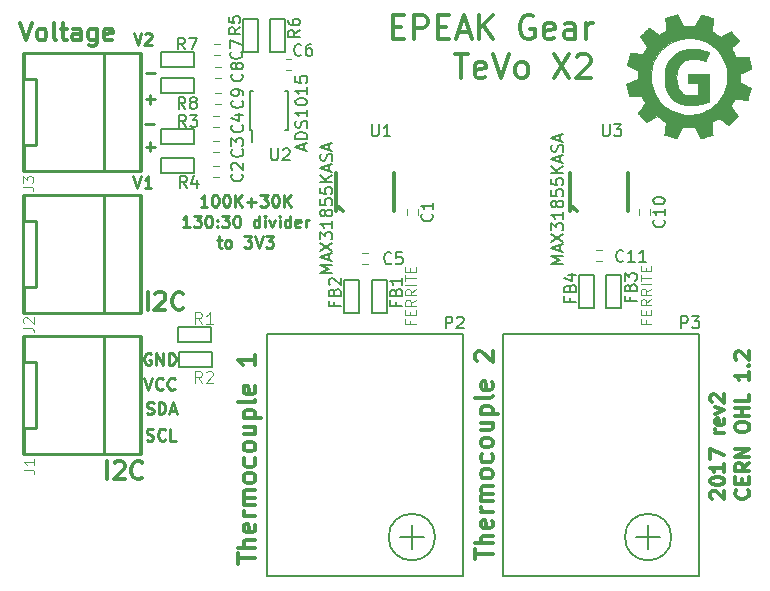
<source format=gto>
G04 #@! TF.FileFunction,Legend,Top*
%FSLAX46Y46*%
G04 Gerber Fmt 4.6, Leading zero omitted, Abs format (unit mm)*
G04 Created by KiCad (PCBNEW 4.0.6) date Fri May 19 18:09:53 2017*
%MOMM*%
%LPD*%
G01*
G04 APERTURE LIST*
%ADD10C,0.100000*%
%ADD11C,0.250000*%
%ADD12C,0.200000*%
%ADD13C,0.300000*%
%ADD14C,0.127000*%
%ADD15C,0.010000*%
%ADD16C,0.254000*%
%ADD17C,0.120000*%
%ADD18C,0.150000*%
%ADD19C,0.299720*%
%ADD20C,0.101600*%
G04 APERTURE END LIST*
D10*
D11*
X111409048Y-114931429D02*
X112170953Y-114931429D01*
X111790001Y-115312381D02*
X111790001Y-114550476D01*
X116631905Y-124032381D02*
X116060476Y-124032381D01*
X116346190Y-124032381D02*
X116346190Y-123032381D01*
X116250952Y-123175238D01*
X116155714Y-123270476D01*
X116060476Y-123318095D01*
X117250952Y-123032381D02*
X117346191Y-123032381D01*
X117441429Y-123080000D01*
X117489048Y-123127619D01*
X117536667Y-123222857D01*
X117584286Y-123413333D01*
X117584286Y-123651429D01*
X117536667Y-123841905D01*
X117489048Y-123937143D01*
X117441429Y-123984762D01*
X117346191Y-124032381D01*
X117250952Y-124032381D01*
X117155714Y-123984762D01*
X117108095Y-123937143D01*
X117060476Y-123841905D01*
X117012857Y-123651429D01*
X117012857Y-123413333D01*
X117060476Y-123222857D01*
X117108095Y-123127619D01*
X117155714Y-123080000D01*
X117250952Y-123032381D01*
X118203333Y-123032381D02*
X118298572Y-123032381D01*
X118393810Y-123080000D01*
X118441429Y-123127619D01*
X118489048Y-123222857D01*
X118536667Y-123413333D01*
X118536667Y-123651429D01*
X118489048Y-123841905D01*
X118441429Y-123937143D01*
X118393810Y-123984762D01*
X118298572Y-124032381D01*
X118203333Y-124032381D01*
X118108095Y-123984762D01*
X118060476Y-123937143D01*
X118012857Y-123841905D01*
X117965238Y-123651429D01*
X117965238Y-123413333D01*
X118012857Y-123222857D01*
X118060476Y-123127619D01*
X118108095Y-123080000D01*
X118203333Y-123032381D01*
X118965238Y-124032381D02*
X118965238Y-123032381D01*
X119536667Y-124032381D02*
X119108095Y-123460952D01*
X119536667Y-123032381D02*
X118965238Y-123603810D01*
X119965238Y-123651429D02*
X120727143Y-123651429D01*
X120346191Y-124032381D02*
X120346191Y-123270476D01*
X121108095Y-123032381D02*
X121727143Y-123032381D01*
X121393809Y-123413333D01*
X121536667Y-123413333D01*
X121631905Y-123460952D01*
X121679524Y-123508571D01*
X121727143Y-123603810D01*
X121727143Y-123841905D01*
X121679524Y-123937143D01*
X121631905Y-123984762D01*
X121536667Y-124032381D01*
X121250952Y-124032381D01*
X121155714Y-123984762D01*
X121108095Y-123937143D01*
X122346190Y-123032381D02*
X122441429Y-123032381D01*
X122536667Y-123080000D01*
X122584286Y-123127619D01*
X122631905Y-123222857D01*
X122679524Y-123413333D01*
X122679524Y-123651429D01*
X122631905Y-123841905D01*
X122584286Y-123937143D01*
X122536667Y-123984762D01*
X122441429Y-124032381D01*
X122346190Y-124032381D01*
X122250952Y-123984762D01*
X122203333Y-123937143D01*
X122155714Y-123841905D01*
X122108095Y-123651429D01*
X122108095Y-123413333D01*
X122155714Y-123222857D01*
X122203333Y-123127619D01*
X122250952Y-123080000D01*
X122346190Y-123032381D01*
X123108095Y-124032381D02*
X123108095Y-123032381D01*
X123679524Y-124032381D02*
X123250952Y-123460952D01*
X123679524Y-123032381D02*
X123108095Y-123603810D01*
X115131905Y-125782381D02*
X114560476Y-125782381D01*
X114846190Y-125782381D02*
X114846190Y-124782381D01*
X114750952Y-124925238D01*
X114655714Y-125020476D01*
X114560476Y-125068095D01*
X115465238Y-124782381D02*
X116084286Y-124782381D01*
X115750952Y-125163333D01*
X115893810Y-125163333D01*
X115989048Y-125210952D01*
X116036667Y-125258571D01*
X116084286Y-125353810D01*
X116084286Y-125591905D01*
X116036667Y-125687143D01*
X115989048Y-125734762D01*
X115893810Y-125782381D01*
X115608095Y-125782381D01*
X115512857Y-125734762D01*
X115465238Y-125687143D01*
X116703333Y-124782381D02*
X116798572Y-124782381D01*
X116893810Y-124830000D01*
X116941429Y-124877619D01*
X116989048Y-124972857D01*
X117036667Y-125163333D01*
X117036667Y-125401429D01*
X116989048Y-125591905D01*
X116941429Y-125687143D01*
X116893810Y-125734762D01*
X116798572Y-125782381D01*
X116703333Y-125782381D01*
X116608095Y-125734762D01*
X116560476Y-125687143D01*
X116512857Y-125591905D01*
X116465238Y-125401429D01*
X116465238Y-125163333D01*
X116512857Y-124972857D01*
X116560476Y-124877619D01*
X116608095Y-124830000D01*
X116703333Y-124782381D01*
X117465238Y-125687143D02*
X117512857Y-125734762D01*
X117465238Y-125782381D01*
X117417619Y-125734762D01*
X117465238Y-125687143D01*
X117465238Y-125782381D01*
X117465238Y-125163333D02*
X117512857Y-125210952D01*
X117465238Y-125258571D01*
X117417619Y-125210952D01*
X117465238Y-125163333D01*
X117465238Y-125258571D01*
X117846190Y-124782381D02*
X118465238Y-124782381D01*
X118131904Y-125163333D01*
X118274762Y-125163333D01*
X118370000Y-125210952D01*
X118417619Y-125258571D01*
X118465238Y-125353810D01*
X118465238Y-125591905D01*
X118417619Y-125687143D01*
X118370000Y-125734762D01*
X118274762Y-125782381D01*
X117989047Y-125782381D01*
X117893809Y-125734762D01*
X117846190Y-125687143D01*
X119084285Y-124782381D02*
X119179524Y-124782381D01*
X119274762Y-124830000D01*
X119322381Y-124877619D01*
X119370000Y-124972857D01*
X119417619Y-125163333D01*
X119417619Y-125401429D01*
X119370000Y-125591905D01*
X119322381Y-125687143D01*
X119274762Y-125734762D01*
X119179524Y-125782381D01*
X119084285Y-125782381D01*
X118989047Y-125734762D01*
X118941428Y-125687143D01*
X118893809Y-125591905D01*
X118846190Y-125401429D01*
X118846190Y-125163333D01*
X118893809Y-124972857D01*
X118941428Y-124877619D01*
X118989047Y-124830000D01*
X119084285Y-124782381D01*
X121036667Y-125782381D02*
X121036667Y-124782381D01*
X121036667Y-125734762D02*
X120941429Y-125782381D01*
X120750952Y-125782381D01*
X120655714Y-125734762D01*
X120608095Y-125687143D01*
X120560476Y-125591905D01*
X120560476Y-125306190D01*
X120608095Y-125210952D01*
X120655714Y-125163333D01*
X120750952Y-125115714D01*
X120941429Y-125115714D01*
X121036667Y-125163333D01*
X121512857Y-125782381D02*
X121512857Y-125115714D01*
X121512857Y-124782381D02*
X121465238Y-124830000D01*
X121512857Y-124877619D01*
X121560476Y-124830000D01*
X121512857Y-124782381D01*
X121512857Y-124877619D01*
X121893809Y-125115714D02*
X122131904Y-125782381D01*
X122370000Y-125115714D01*
X122750952Y-125782381D02*
X122750952Y-125115714D01*
X122750952Y-124782381D02*
X122703333Y-124830000D01*
X122750952Y-124877619D01*
X122798571Y-124830000D01*
X122750952Y-124782381D01*
X122750952Y-124877619D01*
X123655714Y-125782381D02*
X123655714Y-124782381D01*
X123655714Y-125734762D02*
X123560476Y-125782381D01*
X123369999Y-125782381D01*
X123274761Y-125734762D01*
X123227142Y-125687143D01*
X123179523Y-125591905D01*
X123179523Y-125306190D01*
X123227142Y-125210952D01*
X123274761Y-125163333D01*
X123369999Y-125115714D01*
X123560476Y-125115714D01*
X123655714Y-125163333D01*
X124512857Y-125734762D02*
X124417619Y-125782381D01*
X124227142Y-125782381D01*
X124131904Y-125734762D01*
X124084285Y-125639524D01*
X124084285Y-125258571D01*
X124131904Y-125163333D01*
X124227142Y-125115714D01*
X124417619Y-125115714D01*
X124512857Y-125163333D01*
X124560476Y-125258571D01*
X124560476Y-125353810D01*
X124084285Y-125449048D01*
X124989047Y-125782381D02*
X124989047Y-125115714D01*
X124989047Y-125306190D02*
X125036666Y-125210952D01*
X125084285Y-125163333D01*
X125179523Y-125115714D01*
X125274762Y-125115714D01*
X117465238Y-126865714D02*
X117846190Y-126865714D01*
X117608095Y-126532381D02*
X117608095Y-127389524D01*
X117655714Y-127484762D01*
X117750952Y-127532381D01*
X117846190Y-127532381D01*
X118322381Y-127532381D02*
X118227143Y-127484762D01*
X118179524Y-127437143D01*
X118131905Y-127341905D01*
X118131905Y-127056190D01*
X118179524Y-126960952D01*
X118227143Y-126913333D01*
X118322381Y-126865714D01*
X118465239Y-126865714D01*
X118560477Y-126913333D01*
X118608096Y-126960952D01*
X118655715Y-127056190D01*
X118655715Y-127341905D01*
X118608096Y-127437143D01*
X118560477Y-127484762D01*
X118465239Y-127532381D01*
X118322381Y-127532381D01*
X119750953Y-126532381D02*
X120370001Y-126532381D01*
X120036667Y-126913333D01*
X120179525Y-126913333D01*
X120274763Y-126960952D01*
X120322382Y-127008571D01*
X120370001Y-127103810D01*
X120370001Y-127341905D01*
X120322382Y-127437143D01*
X120274763Y-127484762D01*
X120179525Y-127532381D01*
X119893810Y-127532381D01*
X119798572Y-127484762D01*
X119750953Y-127437143D01*
X120655715Y-126532381D02*
X120989048Y-127532381D01*
X121322382Y-126532381D01*
X121560477Y-126532381D02*
X122179525Y-126532381D01*
X121846191Y-126913333D01*
X121989049Y-126913333D01*
X122084287Y-126960952D01*
X122131906Y-127008571D01*
X122179525Y-127103810D01*
X122179525Y-127341905D01*
X122131906Y-127437143D01*
X122084287Y-127484762D01*
X121989049Y-127532381D01*
X121703334Y-127532381D01*
X121608096Y-127484762D01*
X121560477Y-127437143D01*
D12*
X124791667Y-119194048D02*
X124791667Y-118717857D01*
X125077381Y-119289286D02*
X124077381Y-118955953D01*
X125077381Y-118622619D01*
X125077381Y-118289286D02*
X124077381Y-118289286D01*
X124077381Y-118051191D01*
X124125000Y-117908333D01*
X124220238Y-117813095D01*
X124315476Y-117765476D01*
X124505952Y-117717857D01*
X124648810Y-117717857D01*
X124839286Y-117765476D01*
X124934524Y-117813095D01*
X125029762Y-117908333D01*
X125077381Y-118051191D01*
X125077381Y-118289286D01*
X125029762Y-117336905D02*
X125077381Y-117194048D01*
X125077381Y-116955952D01*
X125029762Y-116860714D01*
X124982143Y-116813095D01*
X124886905Y-116765476D01*
X124791667Y-116765476D01*
X124696429Y-116813095D01*
X124648810Y-116860714D01*
X124601190Y-116955952D01*
X124553571Y-117146429D01*
X124505952Y-117241667D01*
X124458333Y-117289286D01*
X124363095Y-117336905D01*
X124267857Y-117336905D01*
X124172619Y-117289286D01*
X124125000Y-117241667D01*
X124077381Y-117146429D01*
X124077381Y-116908333D01*
X124125000Y-116765476D01*
X125077381Y-115813095D02*
X125077381Y-116384524D01*
X125077381Y-116098810D02*
X124077381Y-116098810D01*
X124220238Y-116194048D01*
X124315476Y-116289286D01*
X124363095Y-116384524D01*
X124077381Y-115194048D02*
X124077381Y-115098809D01*
X124125000Y-115003571D01*
X124172619Y-114955952D01*
X124267857Y-114908333D01*
X124458333Y-114860714D01*
X124696429Y-114860714D01*
X124886905Y-114908333D01*
X124982143Y-114955952D01*
X125029762Y-115003571D01*
X125077381Y-115098809D01*
X125077381Y-115194048D01*
X125029762Y-115289286D01*
X124982143Y-115336905D01*
X124886905Y-115384524D01*
X124696429Y-115432143D01*
X124458333Y-115432143D01*
X124267857Y-115384524D01*
X124172619Y-115336905D01*
X124125000Y-115289286D01*
X124077381Y-115194048D01*
X125077381Y-113908333D02*
X125077381Y-114479762D01*
X125077381Y-114194048D02*
X124077381Y-114194048D01*
X124220238Y-114289286D01*
X124315476Y-114384524D01*
X124363095Y-114479762D01*
X124077381Y-113003571D02*
X124077381Y-113479762D01*
X124553571Y-113527381D01*
X124505952Y-113479762D01*
X124458333Y-113384524D01*
X124458333Y-113146428D01*
X124505952Y-113051190D01*
X124553571Y-113003571D01*
X124648810Y-112955952D01*
X124886905Y-112955952D01*
X124982143Y-113003571D01*
X125029762Y-113051190D01*
X125077381Y-113146428D01*
X125077381Y-113384524D01*
X125029762Y-113479762D01*
X124982143Y-113527381D01*
D11*
X111848096Y-136480000D02*
X111752858Y-136432381D01*
X111610001Y-136432381D01*
X111467143Y-136480000D01*
X111371905Y-136575238D01*
X111324286Y-136670476D01*
X111276667Y-136860952D01*
X111276667Y-137003810D01*
X111324286Y-137194286D01*
X111371905Y-137289524D01*
X111467143Y-137384762D01*
X111610001Y-137432381D01*
X111705239Y-137432381D01*
X111848096Y-137384762D01*
X111895715Y-137337143D01*
X111895715Y-137003810D01*
X111705239Y-137003810D01*
X112324286Y-137432381D02*
X112324286Y-136432381D01*
X112895715Y-137432381D01*
X112895715Y-136432381D01*
X113371905Y-137432381D02*
X113371905Y-136432381D01*
X113610000Y-136432381D01*
X113752858Y-136480000D01*
X113848096Y-136575238D01*
X113895715Y-136670476D01*
X113943334Y-136860952D01*
X113943334Y-137003810D01*
X113895715Y-137194286D01*
X113848096Y-137289524D01*
X113752858Y-137384762D01*
X113610000Y-137432381D01*
X113371905Y-137432381D01*
X111296667Y-138522381D02*
X111630000Y-139522381D01*
X111963334Y-138522381D01*
X112868096Y-139427143D02*
X112820477Y-139474762D01*
X112677620Y-139522381D01*
X112582382Y-139522381D01*
X112439524Y-139474762D01*
X112344286Y-139379524D01*
X112296667Y-139284286D01*
X112249048Y-139093810D01*
X112249048Y-138950952D01*
X112296667Y-138760476D01*
X112344286Y-138665238D01*
X112439524Y-138570000D01*
X112582382Y-138522381D01*
X112677620Y-138522381D01*
X112820477Y-138570000D01*
X112868096Y-138617619D01*
X113868096Y-139427143D02*
X113820477Y-139474762D01*
X113677620Y-139522381D01*
X113582382Y-139522381D01*
X113439524Y-139474762D01*
X113344286Y-139379524D01*
X113296667Y-139284286D01*
X113249048Y-139093810D01*
X113249048Y-138950952D01*
X113296667Y-138760476D01*
X113344286Y-138665238D01*
X113439524Y-138570000D01*
X113582382Y-138522381D01*
X113677620Y-138522381D01*
X113820477Y-138570000D01*
X113868096Y-138617619D01*
X111505714Y-141524762D02*
X111648571Y-141572381D01*
X111886667Y-141572381D01*
X111981905Y-141524762D01*
X112029524Y-141477143D01*
X112077143Y-141381905D01*
X112077143Y-141286667D01*
X112029524Y-141191429D01*
X111981905Y-141143810D01*
X111886667Y-141096190D01*
X111696190Y-141048571D01*
X111600952Y-141000952D01*
X111553333Y-140953333D01*
X111505714Y-140858095D01*
X111505714Y-140762857D01*
X111553333Y-140667619D01*
X111600952Y-140620000D01*
X111696190Y-140572381D01*
X111934286Y-140572381D01*
X112077143Y-140620000D01*
X112505714Y-141572381D02*
X112505714Y-140572381D01*
X112743809Y-140572381D01*
X112886667Y-140620000D01*
X112981905Y-140715238D01*
X113029524Y-140810476D01*
X113077143Y-141000952D01*
X113077143Y-141143810D01*
X113029524Y-141334286D01*
X112981905Y-141429524D01*
X112886667Y-141524762D01*
X112743809Y-141572381D01*
X112505714Y-141572381D01*
X113458095Y-141286667D02*
X113934286Y-141286667D01*
X113362857Y-141572381D02*
X113696190Y-140572381D01*
X114029524Y-141572381D01*
X111499524Y-143784762D02*
X111642381Y-143832381D01*
X111880477Y-143832381D01*
X111975715Y-143784762D01*
X112023334Y-143737143D01*
X112070953Y-143641905D01*
X112070953Y-143546667D01*
X112023334Y-143451429D01*
X111975715Y-143403810D01*
X111880477Y-143356190D01*
X111690000Y-143308571D01*
X111594762Y-143260952D01*
X111547143Y-143213333D01*
X111499524Y-143118095D01*
X111499524Y-143022857D01*
X111547143Y-142927619D01*
X111594762Y-142880000D01*
X111690000Y-142832381D01*
X111928096Y-142832381D01*
X112070953Y-142880000D01*
X113070953Y-143737143D02*
X113023334Y-143784762D01*
X112880477Y-143832381D01*
X112785239Y-143832381D01*
X112642381Y-143784762D01*
X112547143Y-143689524D01*
X112499524Y-143594286D01*
X112451905Y-143403810D01*
X112451905Y-143260952D01*
X112499524Y-143070476D01*
X112547143Y-142975238D01*
X112642381Y-142880000D01*
X112785239Y-142832381D01*
X112880477Y-142832381D01*
X113023334Y-142880000D01*
X113070953Y-142927619D01*
X113975715Y-143832381D02*
X113499524Y-143832381D01*
X113499524Y-142832381D01*
D13*
X111585715Y-132778571D02*
X111585715Y-131278571D01*
X112228572Y-131421429D02*
X112300001Y-131350000D01*
X112442858Y-131278571D01*
X112800001Y-131278571D01*
X112942858Y-131350000D01*
X113014287Y-131421429D01*
X113085715Y-131564286D01*
X113085715Y-131707143D01*
X113014287Y-131921429D01*
X112157144Y-132778571D01*
X113085715Y-132778571D01*
X114585715Y-132635714D02*
X114514286Y-132707143D01*
X114300000Y-132778571D01*
X114157143Y-132778571D01*
X113942858Y-132707143D01*
X113800000Y-132564286D01*
X113728572Y-132421429D01*
X113657143Y-132135714D01*
X113657143Y-131921429D01*
X113728572Y-131635714D01*
X113800000Y-131492857D01*
X113942858Y-131350000D01*
X114157143Y-131278571D01*
X114300000Y-131278571D01*
X114514286Y-131350000D01*
X114585715Y-131421429D01*
D11*
X110390476Y-109342381D02*
X110723809Y-110342381D01*
X111057143Y-109342381D01*
X111342857Y-109437619D02*
X111390476Y-109390000D01*
X111485714Y-109342381D01*
X111723810Y-109342381D01*
X111819048Y-109390000D01*
X111866667Y-109437619D01*
X111914286Y-109532857D01*
X111914286Y-109628095D01*
X111866667Y-109770952D01*
X111295238Y-110342381D01*
X111914286Y-110342381D01*
X110360476Y-121442381D02*
X110693809Y-122442381D01*
X111027143Y-121442381D01*
X111884286Y-122442381D02*
X111312857Y-122442381D01*
X111598571Y-122442381D02*
X111598571Y-121442381D01*
X111503333Y-121585238D01*
X111408095Y-121680476D01*
X111312857Y-121728095D01*
D13*
X100780000Y-108448571D02*
X101280000Y-109948571D01*
X101780000Y-108448571D01*
X102494286Y-109948571D02*
X102351428Y-109877143D01*
X102280000Y-109805714D01*
X102208571Y-109662857D01*
X102208571Y-109234286D01*
X102280000Y-109091429D01*
X102351428Y-109020000D01*
X102494286Y-108948571D01*
X102708571Y-108948571D01*
X102851428Y-109020000D01*
X102922857Y-109091429D01*
X102994286Y-109234286D01*
X102994286Y-109662857D01*
X102922857Y-109805714D01*
X102851428Y-109877143D01*
X102708571Y-109948571D01*
X102494286Y-109948571D01*
X103851429Y-109948571D02*
X103708571Y-109877143D01*
X103637143Y-109734286D01*
X103637143Y-108448571D01*
X104208571Y-108948571D02*
X104780000Y-108948571D01*
X104422857Y-108448571D02*
X104422857Y-109734286D01*
X104494285Y-109877143D01*
X104637143Y-109948571D01*
X104780000Y-109948571D01*
X105922857Y-109948571D02*
X105922857Y-109162857D01*
X105851428Y-109020000D01*
X105708571Y-108948571D01*
X105422857Y-108948571D01*
X105280000Y-109020000D01*
X105922857Y-109877143D02*
X105780000Y-109948571D01*
X105422857Y-109948571D01*
X105280000Y-109877143D01*
X105208571Y-109734286D01*
X105208571Y-109591429D01*
X105280000Y-109448571D01*
X105422857Y-109377143D01*
X105780000Y-109377143D01*
X105922857Y-109305714D01*
X107280000Y-108948571D02*
X107280000Y-110162857D01*
X107208571Y-110305714D01*
X107137143Y-110377143D01*
X106994286Y-110448571D01*
X106780000Y-110448571D01*
X106637143Y-110377143D01*
X107280000Y-109877143D02*
X107137143Y-109948571D01*
X106851429Y-109948571D01*
X106708571Y-109877143D01*
X106637143Y-109805714D01*
X106565714Y-109662857D01*
X106565714Y-109234286D01*
X106637143Y-109091429D01*
X106708571Y-109020000D01*
X106851429Y-108948571D01*
X107137143Y-108948571D01*
X107280000Y-109020000D01*
X108565714Y-109877143D02*
X108422857Y-109948571D01*
X108137143Y-109948571D01*
X107994286Y-109877143D01*
X107922857Y-109734286D01*
X107922857Y-109162857D01*
X107994286Y-109020000D01*
X108137143Y-108948571D01*
X108422857Y-108948571D01*
X108565714Y-109020000D01*
X108637143Y-109162857D01*
X108637143Y-109305714D01*
X107922857Y-109448571D01*
D11*
X111409048Y-118951429D02*
X112170953Y-118951429D01*
X111790001Y-119332381D02*
X111790001Y-118570476D01*
X111349048Y-117051429D02*
X112110953Y-117051429D01*
X111409048Y-112751429D02*
X112170953Y-112751429D01*
D13*
X159332143Y-148746429D02*
X159275000Y-148689286D01*
X159217857Y-148575000D01*
X159217857Y-148289286D01*
X159275000Y-148175000D01*
X159332143Y-148117857D01*
X159446429Y-148060714D01*
X159560714Y-148060714D01*
X159732143Y-148117857D01*
X160417857Y-148803571D01*
X160417857Y-148060714D01*
X159217857Y-147317857D02*
X159217857Y-147203572D01*
X159275000Y-147089286D01*
X159332143Y-147032143D01*
X159446429Y-146975000D01*
X159675000Y-146917857D01*
X159960714Y-146917857D01*
X160189286Y-146975000D01*
X160303571Y-147032143D01*
X160360714Y-147089286D01*
X160417857Y-147203572D01*
X160417857Y-147317857D01*
X160360714Y-147432143D01*
X160303571Y-147489286D01*
X160189286Y-147546429D01*
X159960714Y-147603572D01*
X159675000Y-147603572D01*
X159446429Y-147546429D01*
X159332143Y-147489286D01*
X159275000Y-147432143D01*
X159217857Y-147317857D01*
X160417857Y-145775000D02*
X160417857Y-146460715D01*
X160417857Y-146117857D02*
X159217857Y-146117857D01*
X159389286Y-146232143D01*
X159503571Y-146346429D01*
X159560714Y-146460715D01*
X159217857Y-145375000D02*
X159217857Y-144575000D01*
X160417857Y-145089286D01*
X160417857Y-143203572D02*
X159617857Y-143203572D01*
X159846429Y-143203572D02*
X159732143Y-143146429D01*
X159675000Y-143089286D01*
X159617857Y-142975000D01*
X159617857Y-142860715D01*
X160360714Y-142003572D02*
X160417857Y-142117858D01*
X160417857Y-142346429D01*
X160360714Y-142460715D01*
X160246429Y-142517858D01*
X159789286Y-142517858D01*
X159675000Y-142460715D01*
X159617857Y-142346429D01*
X159617857Y-142117858D01*
X159675000Y-142003572D01*
X159789286Y-141946429D01*
X159903571Y-141946429D01*
X160017857Y-142517858D01*
X159617857Y-141546429D02*
X160417857Y-141260715D01*
X159617857Y-140975001D01*
X159332143Y-140575001D02*
X159275000Y-140517858D01*
X159217857Y-140403572D01*
X159217857Y-140117858D01*
X159275000Y-140003572D01*
X159332143Y-139946429D01*
X159446429Y-139889286D01*
X159560714Y-139889286D01*
X159732143Y-139946429D01*
X160417857Y-140632143D01*
X160417857Y-139889286D01*
X162403571Y-148003571D02*
X162460714Y-148060714D01*
X162517857Y-148232143D01*
X162517857Y-148346429D01*
X162460714Y-148517857D01*
X162346429Y-148632143D01*
X162232143Y-148689286D01*
X162003571Y-148746429D01*
X161832143Y-148746429D01*
X161603571Y-148689286D01*
X161489286Y-148632143D01*
X161375000Y-148517857D01*
X161317857Y-148346429D01*
X161317857Y-148232143D01*
X161375000Y-148060714D01*
X161432143Y-148003571D01*
X161889286Y-147489286D02*
X161889286Y-147089286D01*
X162517857Y-146917857D02*
X162517857Y-147489286D01*
X161317857Y-147489286D01*
X161317857Y-146917857D01*
X162517857Y-145717857D02*
X161946429Y-146117857D01*
X162517857Y-146403572D02*
X161317857Y-146403572D01*
X161317857Y-145946429D01*
X161375000Y-145832143D01*
X161432143Y-145775000D01*
X161546429Y-145717857D01*
X161717857Y-145717857D01*
X161832143Y-145775000D01*
X161889286Y-145832143D01*
X161946429Y-145946429D01*
X161946429Y-146403572D01*
X162517857Y-145203572D02*
X161317857Y-145203572D01*
X162517857Y-144517857D01*
X161317857Y-144517857D01*
X161317857Y-142803571D02*
X161317857Y-142575000D01*
X161375000Y-142460714D01*
X161489286Y-142346428D01*
X161717857Y-142289286D01*
X162117857Y-142289286D01*
X162346429Y-142346428D01*
X162460714Y-142460714D01*
X162517857Y-142575000D01*
X162517857Y-142803571D01*
X162460714Y-142917857D01*
X162346429Y-143032143D01*
X162117857Y-143089286D01*
X161717857Y-143089286D01*
X161489286Y-143032143D01*
X161375000Y-142917857D01*
X161317857Y-142803571D01*
X162517857Y-141775000D02*
X161317857Y-141775000D01*
X161889286Y-141775000D02*
X161889286Y-141089285D01*
X162517857Y-141089285D02*
X161317857Y-141089285D01*
X162517857Y-139946428D02*
X162517857Y-140517857D01*
X161317857Y-140517857D01*
X162517857Y-138003570D02*
X162517857Y-138689285D01*
X162517857Y-138346427D02*
X161317857Y-138346427D01*
X161489286Y-138460713D01*
X161603571Y-138574999D01*
X161660714Y-138689285D01*
X162403571Y-137489285D02*
X162460714Y-137432142D01*
X162517857Y-137489285D01*
X162460714Y-137546428D01*
X162403571Y-137489285D01*
X162517857Y-137489285D01*
X161432143Y-136974999D02*
X161375000Y-136917856D01*
X161317857Y-136803570D01*
X161317857Y-136517856D01*
X161375000Y-136403570D01*
X161432143Y-136346427D01*
X161546429Y-136289284D01*
X161660714Y-136289284D01*
X161832143Y-136346427D01*
X162517857Y-137032141D01*
X162517857Y-136289284D01*
X132332141Y-108782143D02*
X132998808Y-108782143D01*
X133284522Y-109829762D02*
X132332141Y-109829762D01*
X132332141Y-107829762D01*
X133284522Y-107829762D01*
X134141665Y-109829762D02*
X134141665Y-107829762D01*
X134903570Y-107829762D01*
X135094046Y-107925000D01*
X135189285Y-108020238D01*
X135284523Y-108210714D01*
X135284523Y-108496429D01*
X135189285Y-108686905D01*
X135094046Y-108782143D01*
X134903570Y-108877381D01*
X134141665Y-108877381D01*
X136141665Y-108782143D02*
X136808332Y-108782143D01*
X137094046Y-109829762D02*
X136141665Y-109829762D01*
X136141665Y-107829762D01*
X137094046Y-107829762D01*
X137855951Y-109258333D02*
X138808332Y-109258333D01*
X137665475Y-109829762D02*
X138332142Y-107829762D01*
X138998809Y-109829762D01*
X139665475Y-109829762D02*
X139665475Y-107829762D01*
X140808333Y-109829762D02*
X139951190Y-108686905D01*
X140808333Y-107829762D02*
X139665475Y-108972619D01*
X144236905Y-107925000D02*
X144046428Y-107829762D01*
X143760714Y-107829762D01*
X143475000Y-107925000D01*
X143284524Y-108115476D01*
X143189285Y-108305952D01*
X143094047Y-108686905D01*
X143094047Y-108972619D01*
X143189285Y-109353571D01*
X143284524Y-109544048D01*
X143475000Y-109734524D01*
X143760714Y-109829762D01*
X143951190Y-109829762D01*
X144236905Y-109734524D01*
X144332143Y-109639286D01*
X144332143Y-108972619D01*
X143951190Y-108972619D01*
X145951190Y-109734524D02*
X145760714Y-109829762D01*
X145379762Y-109829762D01*
X145189285Y-109734524D01*
X145094047Y-109544048D01*
X145094047Y-108782143D01*
X145189285Y-108591667D01*
X145379762Y-108496429D01*
X145760714Y-108496429D01*
X145951190Y-108591667D01*
X146046428Y-108782143D01*
X146046428Y-108972619D01*
X145094047Y-109163095D01*
X147760714Y-109829762D02*
X147760714Y-108782143D01*
X147665476Y-108591667D01*
X147475000Y-108496429D01*
X147094048Y-108496429D01*
X146903571Y-108591667D01*
X147760714Y-109734524D02*
X147570238Y-109829762D01*
X147094048Y-109829762D01*
X146903571Y-109734524D01*
X146808333Y-109544048D01*
X146808333Y-109353571D01*
X146903571Y-109163095D01*
X147094048Y-109067857D01*
X147570238Y-109067857D01*
X147760714Y-108972619D01*
X148713095Y-109829762D02*
X148713095Y-108496429D01*
X148713095Y-108877381D02*
X148808334Y-108686905D01*
X148903572Y-108591667D01*
X149094048Y-108496429D01*
X149284524Y-108496429D01*
X137570236Y-111129762D02*
X138713093Y-111129762D01*
X138141665Y-113129762D02*
X138141665Y-111129762D01*
X140141665Y-113034524D02*
X139951189Y-113129762D01*
X139570237Y-113129762D01*
X139379760Y-113034524D01*
X139284522Y-112844048D01*
X139284522Y-112082143D01*
X139379760Y-111891667D01*
X139570237Y-111796429D01*
X139951189Y-111796429D01*
X140141665Y-111891667D01*
X140236903Y-112082143D01*
X140236903Y-112272619D01*
X139284522Y-112463095D01*
X140808332Y-111129762D02*
X141474999Y-113129762D01*
X142141666Y-111129762D01*
X143094047Y-113129762D02*
X142903571Y-113034524D01*
X142808332Y-112939286D01*
X142713094Y-112748810D01*
X142713094Y-112177381D01*
X142808332Y-111986905D01*
X142903571Y-111891667D01*
X143094047Y-111796429D01*
X143379761Y-111796429D01*
X143570237Y-111891667D01*
X143665475Y-111986905D01*
X143760713Y-112177381D01*
X143760713Y-112748810D01*
X143665475Y-112939286D01*
X143570237Y-113034524D01*
X143379761Y-113129762D01*
X143094047Y-113129762D01*
X145951190Y-111129762D02*
X147284524Y-113129762D01*
X147284524Y-111129762D02*
X145951190Y-113129762D01*
X147951190Y-111320238D02*
X148046428Y-111225000D01*
X148236905Y-111129762D01*
X148713095Y-111129762D01*
X148903571Y-111225000D01*
X148998809Y-111320238D01*
X149094048Y-111510714D01*
X149094048Y-111701190D01*
X148998809Y-111986905D01*
X147855952Y-113129762D01*
X149094048Y-113129762D01*
X108135715Y-147103571D02*
X108135715Y-145603571D01*
X108778572Y-145746429D02*
X108850001Y-145675000D01*
X108992858Y-145603571D01*
X109350001Y-145603571D01*
X109492858Y-145675000D01*
X109564287Y-145746429D01*
X109635715Y-145889286D01*
X109635715Y-146032143D01*
X109564287Y-146246429D01*
X108707144Y-147103571D01*
X109635715Y-147103571D01*
X111135715Y-146960714D02*
X111064286Y-147032143D01*
X110850000Y-147103571D01*
X110707143Y-147103571D01*
X110492858Y-147032143D01*
X110350000Y-146889286D01*
X110278572Y-146746429D01*
X110207143Y-146460714D01*
X110207143Y-146246429D01*
X110278572Y-145960714D01*
X110350000Y-145817857D01*
X110492858Y-145675000D01*
X110707143Y-145603571D01*
X110850000Y-145603571D01*
X111064286Y-145675000D01*
X111135715Y-145746429D01*
X139278571Y-153892856D02*
X139278571Y-153035713D01*
X140778571Y-153464284D02*
X139278571Y-153464284D01*
X140778571Y-152535713D02*
X139278571Y-152535713D01*
X140778571Y-151892856D02*
X139992857Y-151892856D01*
X139850000Y-151964285D01*
X139778571Y-152107142D01*
X139778571Y-152321427D01*
X139850000Y-152464285D01*
X139921429Y-152535713D01*
X140707143Y-150607142D02*
X140778571Y-150749999D01*
X140778571Y-151035713D01*
X140707143Y-151178570D01*
X140564286Y-151249999D01*
X139992857Y-151249999D01*
X139850000Y-151178570D01*
X139778571Y-151035713D01*
X139778571Y-150749999D01*
X139850000Y-150607142D01*
X139992857Y-150535713D01*
X140135714Y-150535713D01*
X140278571Y-151249999D01*
X140778571Y-149892856D02*
X139778571Y-149892856D01*
X140064286Y-149892856D02*
X139921429Y-149821428D01*
X139850000Y-149749999D01*
X139778571Y-149607142D01*
X139778571Y-149464285D01*
X140778571Y-148964285D02*
X139778571Y-148964285D01*
X139921429Y-148964285D02*
X139850000Y-148892857D01*
X139778571Y-148749999D01*
X139778571Y-148535714D01*
X139850000Y-148392857D01*
X139992857Y-148321428D01*
X140778571Y-148321428D01*
X139992857Y-148321428D02*
X139850000Y-148249999D01*
X139778571Y-148107142D01*
X139778571Y-147892857D01*
X139850000Y-147749999D01*
X139992857Y-147678571D01*
X140778571Y-147678571D01*
X140778571Y-146749999D02*
X140707143Y-146892857D01*
X140635714Y-146964285D01*
X140492857Y-147035714D01*
X140064286Y-147035714D01*
X139921429Y-146964285D01*
X139850000Y-146892857D01*
X139778571Y-146749999D01*
X139778571Y-146535714D01*
X139850000Y-146392857D01*
X139921429Y-146321428D01*
X140064286Y-146249999D01*
X140492857Y-146249999D01*
X140635714Y-146321428D01*
X140707143Y-146392857D01*
X140778571Y-146535714D01*
X140778571Y-146749999D01*
X140707143Y-144964285D02*
X140778571Y-145107142D01*
X140778571Y-145392856D01*
X140707143Y-145535714D01*
X140635714Y-145607142D01*
X140492857Y-145678571D01*
X140064286Y-145678571D01*
X139921429Y-145607142D01*
X139850000Y-145535714D01*
X139778571Y-145392856D01*
X139778571Y-145107142D01*
X139850000Y-144964285D01*
X140778571Y-144107142D02*
X140707143Y-144250000D01*
X140635714Y-144321428D01*
X140492857Y-144392857D01*
X140064286Y-144392857D01*
X139921429Y-144321428D01*
X139850000Y-144250000D01*
X139778571Y-144107142D01*
X139778571Y-143892857D01*
X139850000Y-143750000D01*
X139921429Y-143678571D01*
X140064286Y-143607142D01*
X140492857Y-143607142D01*
X140635714Y-143678571D01*
X140707143Y-143750000D01*
X140778571Y-143892857D01*
X140778571Y-144107142D01*
X139778571Y-142321428D02*
X140778571Y-142321428D01*
X139778571Y-142964285D02*
X140564286Y-142964285D01*
X140707143Y-142892857D01*
X140778571Y-142749999D01*
X140778571Y-142535714D01*
X140707143Y-142392857D01*
X140635714Y-142321428D01*
X139778571Y-141607142D02*
X141278571Y-141607142D01*
X139850000Y-141607142D02*
X139778571Y-141464285D01*
X139778571Y-141178571D01*
X139850000Y-141035714D01*
X139921429Y-140964285D01*
X140064286Y-140892856D01*
X140492857Y-140892856D01*
X140635714Y-140964285D01*
X140707143Y-141035714D01*
X140778571Y-141178571D01*
X140778571Y-141464285D01*
X140707143Y-141607142D01*
X140778571Y-140035713D02*
X140707143Y-140178571D01*
X140564286Y-140249999D01*
X139278571Y-140249999D01*
X140707143Y-138892857D02*
X140778571Y-139035714D01*
X140778571Y-139321428D01*
X140707143Y-139464285D01*
X140564286Y-139535714D01*
X139992857Y-139535714D01*
X139850000Y-139464285D01*
X139778571Y-139321428D01*
X139778571Y-139035714D01*
X139850000Y-138892857D01*
X139992857Y-138821428D01*
X140135714Y-138821428D01*
X140278571Y-139535714D01*
X139421429Y-137107143D02*
X139350000Y-137035714D01*
X139278571Y-136892857D01*
X139278571Y-136535714D01*
X139350000Y-136392857D01*
X139421429Y-136321428D01*
X139564286Y-136250000D01*
X139707143Y-136250000D01*
X139921429Y-136321428D01*
X140778571Y-137178571D01*
X140778571Y-136250000D01*
X119203571Y-154242856D02*
X119203571Y-153385713D01*
X120703571Y-153814284D02*
X119203571Y-153814284D01*
X120703571Y-152885713D02*
X119203571Y-152885713D01*
X120703571Y-152242856D02*
X119917857Y-152242856D01*
X119775000Y-152314285D01*
X119703571Y-152457142D01*
X119703571Y-152671427D01*
X119775000Y-152814285D01*
X119846429Y-152885713D01*
X120632143Y-150957142D02*
X120703571Y-151099999D01*
X120703571Y-151385713D01*
X120632143Y-151528570D01*
X120489286Y-151599999D01*
X119917857Y-151599999D01*
X119775000Y-151528570D01*
X119703571Y-151385713D01*
X119703571Y-151099999D01*
X119775000Y-150957142D01*
X119917857Y-150885713D01*
X120060714Y-150885713D01*
X120203571Y-151599999D01*
X120703571Y-150242856D02*
X119703571Y-150242856D01*
X119989286Y-150242856D02*
X119846429Y-150171428D01*
X119775000Y-150099999D01*
X119703571Y-149957142D01*
X119703571Y-149814285D01*
X120703571Y-149314285D02*
X119703571Y-149314285D01*
X119846429Y-149314285D02*
X119775000Y-149242857D01*
X119703571Y-149099999D01*
X119703571Y-148885714D01*
X119775000Y-148742857D01*
X119917857Y-148671428D01*
X120703571Y-148671428D01*
X119917857Y-148671428D02*
X119775000Y-148599999D01*
X119703571Y-148457142D01*
X119703571Y-148242857D01*
X119775000Y-148099999D01*
X119917857Y-148028571D01*
X120703571Y-148028571D01*
X120703571Y-147099999D02*
X120632143Y-147242857D01*
X120560714Y-147314285D01*
X120417857Y-147385714D01*
X119989286Y-147385714D01*
X119846429Y-147314285D01*
X119775000Y-147242857D01*
X119703571Y-147099999D01*
X119703571Y-146885714D01*
X119775000Y-146742857D01*
X119846429Y-146671428D01*
X119989286Y-146599999D01*
X120417857Y-146599999D01*
X120560714Y-146671428D01*
X120632143Y-146742857D01*
X120703571Y-146885714D01*
X120703571Y-147099999D01*
X120632143Y-145314285D02*
X120703571Y-145457142D01*
X120703571Y-145742856D01*
X120632143Y-145885714D01*
X120560714Y-145957142D01*
X120417857Y-146028571D01*
X119989286Y-146028571D01*
X119846429Y-145957142D01*
X119775000Y-145885714D01*
X119703571Y-145742856D01*
X119703571Y-145457142D01*
X119775000Y-145314285D01*
X120703571Y-144457142D02*
X120632143Y-144600000D01*
X120560714Y-144671428D01*
X120417857Y-144742857D01*
X119989286Y-144742857D01*
X119846429Y-144671428D01*
X119775000Y-144600000D01*
X119703571Y-144457142D01*
X119703571Y-144242857D01*
X119775000Y-144100000D01*
X119846429Y-144028571D01*
X119989286Y-143957142D01*
X120417857Y-143957142D01*
X120560714Y-144028571D01*
X120632143Y-144100000D01*
X120703571Y-144242857D01*
X120703571Y-144457142D01*
X119703571Y-142671428D02*
X120703571Y-142671428D01*
X119703571Y-143314285D02*
X120489286Y-143314285D01*
X120632143Y-143242857D01*
X120703571Y-143099999D01*
X120703571Y-142885714D01*
X120632143Y-142742857D01*
X120560714Y-142671428D01*
X119703571Y-141957142D02*
X121203571Y-141957142D01*
X119775000Y-141957142D02*
X119703571Y-141814285D01*
X119703571Y-141528571D01*
X119775000Y-141385714D01*
X119846429Y-141314285D01*
X119989286Y-141242856D01*
X120417857Y-141242856D01*
X120560714Y-141314285D01*
X120632143Y-141385714D01*
X120703571Y-141528571D01*
X120703571Y-141814285D01*
X120632143Y-141957142D01*
X120703571Y-140385713D02*
X120632143Y-140528571D01*
X120489286Y-140599999D01*
X119203571Y-140599999D01*
X120632143Y-139242857D02*
X120703571Y-139385714D01*
X120703571Y-139671428D01*
X120632143Y-139814285D01*
X120489286Y-139885714D01*
X119917857Y-139885714D01*
X119775000Y-139814285D01*
X119703571Y-139671428D01*
X119703571Y-139385714D01*
X119775000Y-139242857D01*
X119917857Y-139171428D01*
X120060714Y-139171428D01*
X120203571Y-139885714D01*
X120703571Y-136600000D02*
X120703571Y-137457143D01*
X120703571Y-137028571D02*
X119203571Y-137028571D01*
X119417857Y-137171428D01*
X119560714Y-137314286D01*
X119632143Y-137457143D01*
D14*
X130565000Y-132997000D02*
X130565000Y-130203000D01*
X130565000Y-130203000D02*
X131835000Y-130203000D01*
X131835000Y-130203000D02*
X131835000Y-132997000D01*
X131835000Y-132997000D02*
X130565000Y-132997000D01*
D15*
G36*
X156436450Y-107757946D02*
X156452314Y-107789897D01*
X156477012Y-107839941D01*
X156509382Y-107905713D01*
X156548262Y-107984851D01*
X156592489Y-108074992D01*
X156640901Y-108173772D01*
X156669024Y-108231202D01*
X156905260Y-108713750D01*
X156984355Y-108707400D01*
X157019168Y-108705634D01*
X157074825Y-108704057D01*
X157146772Y-108702740D01*
X157230454Y-108701756D01*
X157321315Y-108701176D01*
X157387300Y-108701050D01*
X157483412Y-108701308D01*
X157578254Y-108702034D01*
X157666608Y-108703151D01*
X157743256Y-108704586D01*
X157802980Y-108706263D01*
X157829371Y-108707400D01*
X157947592Y-108713750D01*
X158193147Y-108252183D01*
X158246441Y-108152266D01*
X158296353Y-108059186D01*
X158341560Y-107975374D01*
X158380742Y-107903257D01*
X158412574Y-107845264D01*
X158435737Y-107803824D01*
X158448907Y-107781366D01*
X158451164Y-107778155D01*
X158466873Y-107778438D01*
X158506233Y-107786692D01*
X158568820Y-107802797D01*
X158654207Y-107826638D01*
X158761967Y-107858097D01*
X158891675Y-107897057D01*
X158970038Y-107920972D01*
X159078387Y-107954211D01*
X159178913Y-107985083D01*
X159269081Y-108012808D01*
X159346359Y-108036604D01*
X159408215Y-108055691D01*
X159452115Y-108069291D01*
X159475526Y-108076621D01*
X159478757Y-108077691D01*
X159478151Y-108090401D01*
X159474513Y-108125113D01*
X159468258Y-108178663D01*
X159459801Y-108247890D01*
X159449558Y-108329630D01*
X159437944Y-108420719D01*
X159425374Y-108517995D01*
X159412264Y-108618296D01*
X159399030Y-108718457D01*
X159386086Y-108815316D01*
X159373847Y-108905710D01*
X159362730Y-108986476D01*
X159353148Y-109054450D01*
X159345519Y-109106471D01*
X159340257Y-109139374D01*
X159337962Y-109149937D01*
X159343074Y-109163427D01*
X159367041Y-109181893D01*
X159383926Y-109191306D01*
X159478431Y-109243282D01*
X159586568Y-109309503D01*
X159703520Y-109386758D01*
X159824468Y-109471834D01*
X159944593Y-109561520D01*
X159976649Y-109586413D01*
X160018176Y-109618333D01*
X160052076Y-109643244D01*
X160073534Y-109657665D01*
X160078249Y-109659865D01*
X160090661Y-109653787D01*
X160122691Y-109636477D01*
X160171897Y-109609298D01*
X160235838Y-109573614D01*
X160312075Y-109530787D01*
X160398167Y-109482180D01*
X160491673Y-109429157D01*
X160509906Y-109418793D01*
X160604584Y-109365265D01*
X160692438Y-109316201D01*
X160771012Y-109272924D01*
X160837853Y-109236760D01*
X160890507Y-109209035D01*
X160926517Y-109191073D01*
X160943431Y-109184200D01*
X160944282Y-109184257D01*
X160955881Y-109195648D01*
X160981897Y-109223641D01*
X161020140Y-109265751D01*
X161068421Y-109319494D01*
X161124549Y-109382385D01*
X161186333Y-109451940D01*
X161251583Y-109525673D01*
X161318108Y-109601100D01*
X161383719Y-109675736D01*
X161446225Y-109747097D01*
X161503435Y-109812697D01*
X161553160Y-109870053D01*
X161593208Y-109916679D01*
X161621390Y-109950091D01*
X161635514Y-109967804D01*
X161636692Y-109969707D01*
X161629335Y-109982608D01*
X161604789Y-110010864D01*
X161564705Y-110052798D01*
X161510739Y-110106733D01*
X161444543Y-110170992D01*
X161367772Y-110243900D01*
X161347136Y-110263267D01*
X161272754Y-110332942D01*
X161202543Y-110398759D01*
X161139136Y-110458245D01*
X161085166Y-110508928D01*
X161043267Y-110548335D01*
X161016072Y-110573995D01*
X161009238Y-110580488D01*
X160967227Y-110620646D01*
X161055220Y-110759398D01*
X161119902Y-110866832D01*
X161184229Y-110983528D01*
X161243323Y-111100199D01*
X161292302Y-111207563D01*
X161298354Y-111222000D01*
X161320175Y-111265494D01*
X161345415Y-111302721D01*
X161360928Y-111318949D01*
X161394604Y-111346049D01*
X161927777Y-111330215D01*
X162041683Y-111327017D01*
X162147612Y-111324399D01*
X162242893Y-111322399D01*
X162324856Y-111321059D01*
X162390830Y-111320418D01*
X162438144Y-111320515D01*
X162464128Y-111321391D01*
X162468322Y-111322166D01*
X162472303Y-111335470D01*
X162481047Y-111370396D01*
X162493833Y-111423761D01*
X162509942Y-111492385D01*
X162528653Y-111573088D01*
X162549244Y-111662688D01*
X162570997Y-111758007D01*
X162593189Y-111855861D01*
X162615101Y-111953072D01*
X162636013Y-112046459D01*
X162655202Y-112132840D01*
X162671950Y-112209036D01*
X162685535Y-112271866D01*
X162695237Y-112318148D01*
X162700336Y-112344704D01*
X162700910Y-112348867D01*
X162689651Y-112358209D01*
X162655842Y-112376350D01*
X162600570Y-112402794D01*
X162524922Y-112437046D01*
X162429986Y-112478608D01*
X162316850Y-112526986D01*
X162232350Y-112562570D01*
X162128764Y-112605855D01*
X162031764Y-112646187D01*
X161944016Y-112682476D01*
X161868182Y-112713626D01*
X161806927Y-112738547D01*
X161762915Y-112756144D01*
X161738811Y-112765324D01*
X161735766Y-112766298D01*
X161727397Y-112769359D01*
X161720873Y-112775705D01*
X161715854Y-112788383D01*
X161711998Y-112810439D01*
X161708966Y-112844921D01*
X161706416Y-112894874D01*
X161704008Y-112963347D01*
X161701402Y-113053384D01*
X161700662Y-113080276D01*
X161698017Y-113168239D01*
X161695133Y-113249587D01*
X161692190Y-113320268D01*
X161689365Y-113376232D01*
X161686836Y-113413426D01*
X161685466Y-113425450D01*
X161678692Y-113463550D01*
X162161896Y-113710783D01*
X162264113Y-113763457D01*
X162358963Y-113813060D01*
X162444121Y-113858320D01*
X162517260Y-113897969D01*
X162576055Y-113930736D01*
X162618179Y-113955352D01*
X162641306Y-113970547D01*
X162645099Y-113974558D01*
X162641767Y-113989020D01*
X162632358Y-114024690D01*
X162617761Y-114078422D01*
X162598860Y-114147070D01*
X162576541Y-114227489D01*
X162551691Y-114316534D01*
X162525196Y-114411058D01*
X162497941Y-114507917D01*
X162470813Y-114603964D01*
X162444697Y-114696055D01*
X162420480Y-114781043D01*
X162399047Y-114855784D01*
X162381285Y-114917131D01*
X162368079Y-114961940D01*
X162360315Y-114987064D01*
X162358719Y-114991311D01*
X162345951Y-114990784D01*
X162310544Y-114987741D01*
X162255110Y-114982444D01*
X162182256Y-114975157D01*
X162094592Y-114966144D01*
X161994728Y-114955667D01*
X161885272Y-114943990D01*
X161819464Y-114936885D01*
X161705678Y-114924636D01*
X161599973Y-114913432D01*
X161504962Y-114903536D01*
X161423257Y-114895212D01*
X161357471Y-114888725D01*
X161310217Y-114884339D01*
X161284109Y-114882317D01*
X161279689Y-114882323D01*
X161272840Y-114894637D01*
X161257860Y-114923550D01*
X161237929Y-114962922D01*
X161237000Y-114964773D01*
X161195435Y-115043362D01*
X161143904Y-115134158D01*
X161087345Y-115228801D01*
X161030697Y-115318932D01*
X161002610Y-115361588D01*
X160974351Y-115405124D01*
X160952627Y-115441354D01*
X160940689Y-115464729D01*
X160939374Y-115469538D01*
X160946344Y-115482576D01*
X160966134Y-115514359D01*
X160997266Y-115562640D01*
X161038261Y-115625170D01*
X161087641Y-115699702D01*
X161143927Y-115783987D01*
X161205641Y-115875777D01*
X161240143Y-115926847D01*
X161540605Y-116370844D01*
X161448327Y-116466495D01*
X161415831Y-116499926D01*
X161368574Y-116548193D01*
X161309691Y-116608112D01*
X161242320Y-116676496D01*
X161169597Y-116750159D01*
X161094657Y-116825915D01*
X161070300Y-116850504D01*
X160784550Y-117138862D01*
X160448000Y-116903771D01*
X160360518Y-116842614D01*
X160274686Y-116782523D01*
X160194074Y-116726003D01*
X160122251Y-116675559D01*
X160062786Y-116633696D01*
X160019249Y-116602921D01*
X160007777Y-116594765D01*
X159904105Y-116520849D01*
X159829977Y-116570857D01*
X159764988Y-116613189D01*
X159687186Y-116661527D01*
X159603552Y-116711737D01*
X159521065Y-116759685D01*
X159446707Y-116801237D01*
X159394451Y-116828772D01*
X159349004Y-116852698D01*
X159322630Y-116870148D01*
X159311124Y-116884811D01*
X159310284Y-116900379D01*
X159310666Y-116902324D01*
X159313847Y-116924352D01*
X159318714Y-116967200D01*
X159324980Y-117027633D01*
X159332354Y-117102413D01*
X159340549Y-117188305D01*
X159349275Y-117282070D01*
X159358244Y-117380473D01*
X159367167Y-117480277D01*
X159375756Y-117578244D01*
X159383722Y-117671137D01*
X159390775Y-117755721D01*
X159396628Y-117828758D01*
X159400991Y-117887012D01*
X159403577Y-117927245D01*
X159404095Y-117946221D01*
X159403875Y-117947257D01*
X159390918Y-117951954D01*
X159356311Y-117963039D01*
X159302759Y-117979698D01*
X159232967Y-118001111D01*
X159149641Y-118026464D01*
X159055487Y-118054939D01*
X158953210Y-118085719D01*
X158845516Y-118117988D01*
X158735110Y-118150928D01*
X158624699Y-118183723D01*
X158516987Y-118215556D01*
X158446925Y-118236160D01*
X158382601Y-118255034D01*
X158142567Y-117774434D01*
X157902534Y-117293835D01*
X157844942Y-117302742D01*
X157812414Y-117305620D01*
X157758627Y-117307911D01*
X157687715Y-117309623D01*
X157603812Y-117310760D01*
X157511051Y-117311331D01*
X157413567Y-117311343D01*
X157315495Y-117310801D01*
X157220966Y-117309713D01*
X157134116Y-117308085D01*
X157059079Y-117305925D01*
X156999989Y-117303238D01*
X156973267Y-117301319D01*
X156857684Y-117290989D01*
X156606849Y-117761694D01*
X156553009Y-117862093D01*
X156502445Y-117955161D01*
X156456468Y-118038575D01*
X156416390Y-118110011D01*
X156383522Y-118167145D01*
X156359174Y-118207654D01*
X156344658Y-118229213D01*
X156341432Y-118232163D01*
X156325700Y-118228495D01*
X156289090Y-118218267D01*
X156234730Y-118202439D01*
X156165751Y-118181971D01*
X156085283Y-118157822D01*
X155996457Y-118130951D01*
X155902402Y-118102318D01*
X155806248Y-118072882D01*
X155711126Y-118043603D01*
X155620166Y-118015439D01*
X155536497Y-117989350D01*
X155463251Y-117966296D01*
X155403556Y-117947236D01*
X155360544Y-117933130D01*
X155337343Y-117924936D01*
X155334212Y-117923446D01*
X155334344Y-117910014D01*
X155337226Y-117874622D01*
X155342484Y-117820518D01*
X155349742Y-117750947D01*
X155358624Y-117669157D01*
X155368754Y-117578395D01*
X155379758Y-117481907D01*
X155391260Y-117382941D01*
X155402883Y-117284744D01*
X155414252Y-117190562D01*
X155424993Y-117103642D01*
X155434728Y-117027231D01*
X155443083Y-116964576D01*
X155449682Y-116918925D01*
X155452188Y-116903588D01*
X155454411Y-116884074D01*
X155450304Y-116868997D01*
X155435847Y-116854269D01*
X155407022Y-116835799D01*
X155359808Y-116809498D01*
X155359604Y-116809387D01*
X155226321Y-116732385D01*
X155085234Y-116643549D01*
X154946214Y-116549285D01*
X154842081Y-116473489D01*
X154698230Y-116364900D01*
X154280640Y-116607652D01*
X154185334Y-116663086D01*
X154095598Y-116715341D01*
X154014124Y-116762844D01*
X153943604Y-116804023D01*
X153886732Y-116837304D01*
X153846199Y-116861117D01*
X153824698Y-116873889D01*
X153823796Y-116874439D01*
X153784542Y-116898473D01*
X153434366Y-116501811D01*
X153359259Y-116416554D01*
X153289531Y-116337057D01*
X153226952Y-116265364D01*
X153173291Y-116203517D01*
X153130318Y-116153560D01*
X153099802Y-116117535D01*
X153083512Y-116097484D01*
X153081263Y-116094125D01*
X153088408Y-116082220D01*
X153110032Y-116052854D01*
X153144448Y-116008161D01*
X153189975Y-115950276D01*
X153244929Y-115881334D01*
X153307625Y-115803468D01*
X153376380Y-115718813D01*
X153404013Y-115684981D01*
X153729692Y-115286861D01*
X153661409Y-115181655D01*
X153617276Y-115111654D01*
X153579603Y-115046641D01*
X153544762Y-114979590D01*
X153509127Y-114903472D01*
X153469069Y-114811259D01*
X153463923Y-114799089D01*
X153405850Y-114661428D01*
X153139150Y-114665598D01*
X153035882Y-114666981D01*
X152917678Y-114668187D01*
X152795000Y-114669132D01*
X152678311Y-114669733D01*
X152599400Y-114669909D01*
X152326350Y-114670050D01*
X152210515Y-114155700D01*
X152185757Y-114045238D01*
X152162982Y-113942595D01*
X152142753Y-113850387D01*
X152125633Y-113771230D01*
X152112187Y-113707743D01*
X152102976Y-113662540D01*
X152098566Y-113638239D01*
X152098318Y-113634771D01*
X152110451Y-113628654D01*
X152143603Y-113613900D01*
X152195314Y-113591554D01*
X152263121Y-113562665D01*
X152344564Y-113528277D01*
X152437179Y-113489436D01*
X152538506Y-113447190D01*
X152590238Y-113425709D01*
X153078519Y-113223226D01*
X153080463Y-112975088D01*
X153081405Y-112905701D01*
X154181164Y-112905701D01*
X154184224Y-113182102D01*
X154210548Y-113457116D01*
X154260052Y-113729074D01*
X154332656Y-113996308D01*
X154428276Y-114257150D01*
X154546831Y-114509931D01*
X154673992Y-114730625D01*
X154811978Y-114929972D01*
X154970314Y-115124710D01*
X155144504Y-115310214D01*
X155330053Y-115481860D01*
X155522463Y-115635022D01*
X155618932Y-115702622D01*
X155837981Y-115836108D01*
X156070321Y-115953368D01*
X156311613Y-116052784D01*
X156557520Y-116132739D01*
X156803704Y-116191613D01*
X157019000Y-116224910D01*
X157076405Y-116231490D01*
X157128330Y-116237634D01*
X157166750Y-116242385D01*
X157177750Y-116243849D01*
X157213941Y-116246442D01*
X157270619Y-116247508D01*
X157342928Y-116247207D01*
X157426010Y-116245702D01*
X157515009Y-116243152D01*
X157605067Y-116239718D01*
X157691328Y-116235561D01*
X157768935Y-116230842D01*
X157833031Y-116225721D01*
X157876250Y-116220740D01*
X158163711Y-116165755D01*
X158440866Y-116087789D01*
X158707094Y-115987144D01*
X158961773Y-115864125D01*
X159204284Y-115719036D01*
X159434003Y-115552178D01*
X159650311Y-115363857D01*
X159671798Y-115343259D01*
X159873428Y-115131292D01*
X160052867Y-114907006D01*
X160209956Y-114670716D01*
X160344537Y-114422737D01*
X160456454Y-114163384D01*
X160545548Y-113892972D01*
X160611662Y-113611818D01*
X160646122Y-113393700D01*
X160653738Y-113314072D01*
X160659310Y-113216274D01*
X160662784Y-113107078D01*
X160664109Y-112993255D01*
X160663234Y-112881577D01*
X160660107Y-112778813D01*
X160654675Y-112691737D01*
X160651710Y-112661607D01*
X160606766Y-112372261D01*
X160538600Y-112093178D01*
X160447102Y-111824086D01*
X160332160Y-111564714D01*
X160193665Y-111314789D01*
X160031507Y-111074041D01*
X159980192Y-111006100D01*
X159917236Y-110929606D01*
X159839741Y-110842995D01*
X159753164Y-110751811D01*
X159662961Y-110661601D01*
X159574587Y-110577911D01*
X159493500Y-110506287D01*
X159466817Y-110484261D01*
X159233634Y-110311972D01*
X158990026Y-110162840D01*
X158735887Y-110036813D01*
X158471110Y-109933838D01*
X158195590Y-109853864D01*
X158181050Y-109850353D01*
X158051047Y-109821435D01*
X157930064Y-109799619D01*
X157809951Y-109783880D01*
X157682555Y-109773189D01*
X157539727Y-109766521D01*
X157507950Y-109765562D01*
X157301060Y-109764982D01*
X157107683Y-109775877D01*
X156918269Y-109799071D01*
X156738264Y-109832203D01*
X156468692Y-109901835D01*
X156207177Y-109994873D01*
X155955149Y-110110204D01*
X155714038Y-110246714D01*
X155485276Y-110403289D01*
X155270292Y-110578816D01*
X155070518Y-110772180D01*
X154887382Y-110982268D01*
X154722316Y-111207966D01*
X154576751Y-111448160D01*
X154517693Y-111561275D01*
X154403202Y-111819589D01*
X154312386Y-112084857D01*
X154245163Y-112355410D01*
X154201449Y-112629581D01*
X154181164Y-112905701D01*
X153081405Y-112905701D01*
X153081617Y-112890154D01*
X153083631Y-112806485D01*
X153086291Y-112730265D01*
X153089386Y-112667676D01*
X153092378Y-112628012D01*
X153102350Y-112529074D01*
X153038200Y-112493083D01*
X153012062Y-112478995D01*
X152966329Y-112454978D01*
X152904049Y-112422607D01*
X152828274Y-112383459D01*
X152742050Y-112339107D01*
X152648429Y-112291130D01*
X152559623Y-112245773D01*
X152145196Y-112034455D01*
X152291917Y-111523452D01*
X152323356Y-111414168D01*
X152352686Y-111312631D01*
X152379156Y-111221404D01*
X152402019Y-111143050D01*
X152420525Y-111080129D01*
X152433925Y-111035204D01*
X152441471Y-111010838D01*
X152442822Y-111007155D01*
X152455936Y-111007309D01*
X152491595Y-111009977D01*
X152547099Y-111014901D01*
X152619743Y-111021820D01*
X152706827Y-111030476D01*
X152805646Y-111040607D01*
X152913501Y-111051956D01*
X152951828Y-111056054D01*
X153063089Y-111067982D01*
X153167029Y-111079096D01*
X153260806Y-111089094D01*
X153341577Y-111097674D01*
X153406499Y-111104534D01*
X153452728Y-111109373D01*
X153477423Y-111111888D01*
X153480252Y-111112148D01*
X153505633Y-111104648D01*
X153514843Y-111095000D01*
X153524997Y-111076733D01*
X153544387Y-111041313D01*
X153570179Y-110993933D01*
X153598017Y-110942600D01*
X153635131Y-110876508D01*
X153680338Y-110799693D01*
X153727481Y-110722456D01*
X153764080Y-110664774D01*
X153857957Y-110520299D01*
X153823658Y-110467924D01*
X153808723Y-110445486D01*
X153781373Y-110404770D01*
X153743457Y-110348515D01*
X153696826Y-110279459D01*
X153643329Y-110200342D01*
X153584814Y-110113902D01*
X153524579Y-110025014D01*
X153464627Y-109936338D01*
X153409427Y-109854211D01*
X153360556Y-109781013D01*
X153319587Y-109719122D01*
X153288094Y-109670919D01*
X153267651Y-109638781D01*
X153259833Y-109625087D01*
X153259800Y-109624884D01*
X153268486Y-109613834D01*
X153293015Y-109587297D01*
X153331089Y-109547566D01*
X153380411Y-109496933D01*
X153438683Y-109437692D01*
X153503609Y-109372135D01*
X153572891Y-109302556D01*
X153644231Y-109231246D01*
X153715334Y-109160498D01*
X153783900Y-109092607D01*
X153847635Y-109029863D01*
X153904239Y-108974561D01*
X153951416Y-108928993D01*
X153986869Y-108895451D01*
X154008300Y-108876229D01*
X154013625Y-108872500D01*
X154026063Y-108878672D01*
X154055907Y-108897393D01*
X154103606Y-108928970D01*
X154169609Y-108973710D01*
X154254365Y-109031919D01*
X154358321Y-109103903D01*
X154481926Y-109189971D01*
X154625628Y-109290428D01*
X154665679Y-109318480D01*
X154896809Y-109480420D01*
X154929036Y-109455070D01*
X154962076Y-109431618D01*
X155012673Y-109398839D01*
X155076092Y-109359579D01*
X155147596Y-109316682D01*
X155222448Y-109272993D01*
X155295912Y-109231355D01*
X155358807Y-109196982D01*
X155411287Y-109167802D01*
X155454348Y-109141660D01*
X155483633Y-109121358D01*
X155494785Y-109109699D01*
X155494793Y-109109502D01*
X155493577Y-109094041D01*
X155490188Y-109056035D01*
X155484883Y-108998221D01*
X155477916Y-108923338D01*
X155469544Y-108834125D01*
X155460021Y-108733318D01*
X155449602Y-108623657D01*
X155444887Y-108574214D01*
X155434276Y-108462100D01*
X155424615Y-108358097D01*
X155416136Y-108264865D01*
X155409075Y-108185069D01*
X155403663Y-108121369D01*
X155400136Y-108076427D01*
X155398727Y-108052906D01*
X155398847Y-108050019D01*
X155411433Y-108045686D01*
X155445244Y-108035192D01*
X155497213Y-108019441D01*
X155564274Y-107999333D01*
X155643364Y-107975772D01*
X155731415Y-107949658D01*
X155825363Y-107921894D01*
X155922141Y-107893382D01*
X156018686Y-107865024D01*
X156111930Y-107837721D01*
X156198809Y-107812376D01*
X156276257Y-107789891D01*
X156341208Y-107771167D01*
X156390597Y-107757107D01*
X156421359Y-107748612D01*
X156430582Y-107746449D01*
X156436450Y-107757946D01*
X156436450Y-107757946D01*
G37*
X156436450Y-107757946D02*
X156452314Y-107789897D01*
X156477012Y-107839941D01*
X156509382Y-107905713D01*
X156548262Y-107984851D01*
X156592489Y-108074992D01*
X156640901Y-108173772D01*
X156669024Y-108231202D01*
X156905260Y-108713750D01*
X156984355Y-108707400D01*
X157019168Y-108705634D01*
X157074825Y-108704057D01*
X157146772Y-108702740D01*
X157230454Y-108701756D01*
X157321315Y-108701176D01*
X157387300Y-108701050D01*
X157483412Y-108701308D01*
X157578254Y-108702034D01*
X157666608Y-108703151D01*
X157743256Y-108704586D01*
X157802980Y-108706263D01*
X157829371Y-108707400D01*
X157947592Y-108713750D01*
X158193147Y-108252183D01*
X158246441Y-108152266D01*
X158296353Y-108059186D01*
X158341560Y-107975374D01*
X158380742Y-107903257D01*
X158412574Y-107845264D01*
X158435737Y-107803824D01*
X158448907Y-107781366D01*
X158451164Y-107778155D01*
X158466873Y-107778438D01*
X158506233Y-107786692D01*
X158568820Y-107802797D01*
X158654207Y-107826638D01*
X158761967Y-107858097D01*
X158891675Y-107897057D01*
X158970038Y-107920972D01*
X159078387Y-107954211D01*
X159178913Y-107985083D01*
X159269081Y-108012808D01*
X159346359Y-108036604D01*
X159408215Y-108055691D01*
X159452115Y-108069291D01*
X159475526Y-108076621D01*
X159478757Y-108077691D01*
X159478151Y-108090401D01*
X159474513Y-108125113D01*
X159468258Y-108178663D01*
X159459801Y-108247890D01*
X159449558Y-108329630D01*
X159437944Y-108420719D01*
X159425374Y-108517995D01*
X159412264Y-108618296D01*
X159399030Y-108718457D01*
X159386086Y-108815316D01*
X159373847Y-108905710D01*
X159362730Y-108986476D01*
X159353148Y-109054450D01*
X159345519Y-109106471D01*
X159340257Y-109139374D01*
X159337962Y-109149937D01*
X159343074Y-109163427D01*
X159367041Y-109181893D01*
X159383926Y-109191306D01*
X159478431Y-109243282D01*
X159586568Y-109309503D01*
X159703520Y-109386758D01*
X159824468Y-109471834D01*
X159944593Y-109561520D01*
X159976649Y-109586413D01*
X160018176Y-109618333D01*
X160052076Y-109643244D01*
X160073534Y-109657665D01*
X160078249Y-109659865D01*
X160090661Y-109653787D01*
X160122691Y-109636477D01*
X160171897Y-109609298D01*
X160235838Y-109573614D01*
X160312075Y-109530787D01*
X160398167Y-109482180D01*
X160491673Y-109429157D01*
X160509906Y-109418793D01*
X160604584Y-109365265D01*
X160692438Y-109316201D01*
X160771012Y-109272924D01*
X160837853Y-109236760D01*
X160890507Y-109209035D01*
X160926517Y-109191073D01*
X160943431Y-109184200D01*
X160944282Y-109184257D01*
X160955881Y-109195648D01*
X160981897Y-109223641D01*
X161020140Y-109265751D01*
X161068421Y-109319494D01*
X161124549Y-109382385D01*
X161186333Y-109451940D01*
X161251583Y-109525673D01*
X161318108Y-109601100D01*
X161383719Y-109675736D01*
X161446225Y-109747097D01*
X161503435Y-109812697D01*
X161553160Y-109870053D01*
X161593208Y-109916679D01*
X161621390Y-109950091D01*
X161635514Y-109967804D01*
X161636692Y-109969707D01*
X161629335Y-109982608D01*
X161604789Y-110010864D01*
X161564705Y-110052798D01*
X161510739Y-110106733D01*
X161444543Y-110170992D01*
X161367772Y-110243900D01*
X161347136Y-110263267D01*
X161272754Y-110332942D01*
X161202543Y-110398759D01*
X161139136Y-110458245D01*
X161085166Y-110508928D01*
X161043267Y-110548335D01*
X161016072Y-110573995D01*
X161009238Y-110580488D01*
X160967227Y-110620646D01*
X161055220Y-110759398D01*
X161119902Y-110866832D01*
X161184229Y-110983528D01*
X161243323Y-111100199D01*
X161292302Y-111207563D01*
X161298354Y-111222000D01*
X161320175Y-111265494D01*
X161345415Y-111302721D01*
X161360928Y-111318949D01*
X161394604Y-111346049D01*
X161927777Y-111330215D01*
X162041683Y-111327017D01*
X162147612Y-111324399D01*
X162242893Y-111322399D01*
X162324856Y-111321059D01*
X162390830Y-111320418D01*
X162438144Y-111320515D01*
X162464128Y-111321391D01*
X162468322Y-111322166D01*
X162472303Y-111335470D01*
X162481047Y-111370396D01*
X162493833Y-111423761D01*
X162509942Y-111492385D01*
X162528653Y-111573088D01*
X162549244Y-111662688D01*
X162570997Y-111758007D01*
X162593189Y-111855861D01*
X162615101Y-111953072D01*
X162636013Y-112046459D01*
X162655202Y-112132840D01*
X162671950Y-112209036D01*
X162685535Y-112271866D01*
X162695237Y-112318148D01*
X162700336Y-112344704D01*
X162700910Y-112348867D01*
X162689651Y-112358209D01*
X162655842Y-112376350D01*
X162600570Y-112402794D01*
X162524922Y-112437046D01*
X162429986Y-112478608D01*
X162316850Y-112526986D01*
X162232350Y-112562570D01*
X162128764Y-112605855D01*
X162031764Y-112646187D01*
X161944016Y-112682476D01*
X161868182Y-112713626D01*
X161806927Y-112738547D01*
X161762915Y-112756144D01*
X161738811Y-112765324D01*
X161735766Y-112766298D01*
X161727397Y-112769359D01*
X161720873Y-112775705D01*
X161715854Y-112788383D01*
X161711998Y-112810439D01*
X161708966Y-112844921D01*
X161706416Y-112894874D01*
X161704008Y-112963347D01*
X161701402Y-113053384D01*
X161700662Y-113080276D01*
X161698017Y-113168239D01*
X161695133Y-113249587D01*
X161692190Y-113320268D01*
X161689365Y-113376232D01*
X161686836Y-113413426D01*
X161685466Y-113425450D01*
X161678692Y-113463550D01*
X162161896Y-113710783D01*
X162264113Y-113763457D01*
X162358963Y-113813060D01*
X162444121Y-113858320D01*
X162517260Y-113897969D01*
X162576055Y-113930736D01*
X162618179Y-113955352D01*
X162641306Y-113970547D01*
X162645099Y-113974558D01*
X162641767Y-113989020D01*
X162632358Y-114024690D01*
X162617761Y-114078422D01*
X162598860Y-114147070D01*
X162576541Y-114227489D01*
X162551691Y-114316534D01*
X162525196Y-114411058D01*
X162497941Y-114507917D01*
X162470813Y-114603964D01*
X162444697Y-114696055D01*
X162420480Y-114781043D01*
X162399047Y-114855784D01*
X162381285Y-114917131D01*
X162368079Y-114961940D01*
X162360315Y-114987064D01*
X162358719Y-114991311D01*
X162345951Y-114990784D01*
X162310544Y-114987741D01*
X162255110Y-114982444D01*
X162182256Y-114975157D01*
X162094592Y-114966144D01*
X161994728Y-114955667D01*
X161885272Y-114943990D01*
X161819464Y-114936885D01*
X161705678Y-114924636D01*
X161599973Y-114913432D01*
X161504962Y-114903536D01*
X161423257Y-114895212D01*
X161357471Y-114888725D01*
X161310217Y-114884339D01*
X161284109Y-114882317D01*
X161279689Y-114882323D01*
X161272840Y-114894637D01*
X161257860Y-114923550D01*
X161237929Y-114962922D01*
X161237000Y-114964773D01*
X161195435Y-115043362D01*
X161143904Y-115134158D01*
X161087345Y-115228801D01*
X161030697Y-115318932D01*
X161002610Y-115361588D01*
X160974351Y-115405124D01*
X160952627Y-115441354D01*
X160940689Y-115464729D01*
X160939374Y-115469538D01*
X160946344Y-115482576D01*
X160966134Y-115514359D01*
X160997266Y-115562640D01*
X161038261Y-115625170D01*
X161087641Y-115699702D01*
X161143927Y-115783987D01*
X161205641Y-115875777D01*
X161240143Y-115926847D01*
X161540605Y-116370844D01*
X161448327Y-116466495D01*
X161415831Y-116499926D01*
X161368574Y-116548193D01*
X161309691Y-116608112D01*
X161242320Y-116676496D01*
X161169597Y-116750159D01*
X161094657Y-116825915D01*
X161070300Y-116850504D01*
X160784550Y-117138862D01*
X160448000Y-116903771D01*
X160360518Y-116842614D01*
X160274686Y-116782523D01*
X160194074Y-116726003D01*
X160122251Y-116675559D01*
X160062786Y-116633696D01*
X160019249Y-116602921D01*
X160007777Y-116594765D01*
X159904105Y-116520849D01*
X159829977Y-116570857D01*
X159764988Y-116613189D01*
X159687186Y-116661527D01*
X159603552Y-116711737D01*
X159521065Y-116759685D01*
X159446707Y-116801237D01*
X159394451Y-116828772D01*
X159349004Y-116852698D01*
X159322630Y-116870148D01*
X159311124Y-116884811D01*
X159310284Y-116900379D01*
X159310666Y-116902324D01*
X159313847Y-116924352D01*
X159318714Y-116967200D01*
X159324980Y-117027633D01*
X159332354Y-117102413D01*
X159340549Y-117188305D01*
X159349275Y-117282070D01*
X159358244Y-117380473D01*
X159367167Y-117480277D01*
X159375756Y-117578244D01*
X159383722Y-117671137D01*
X159390775Y-117755721D01*
X159396628Y-117828758D01*
X159400991Y-117887012D01*
X159403577Y-117927245D01*
X159404095Y-117946221D01*
X159403875Y-117947257D01*
X159390918Y-117951954D01*
X159356311Y-117963039D01*
X159302759Y-117979698D01*
X159232967Y-118001111D01*
X159149641Y-118026464D01*
X159055487Y-118054939D01*
X158953210Y-118085719D01*
X158845516Y-118117988D01*
X158735110Y-118150928D01*
X158624699Y-118183723D01*
X158516987Y-118215556D01*
X158446925Y-118236160D01*
X158382601Y-118255034D01*
X158142567Y-117774434D01*
X157902534Y-117293835D01*
X157844942Y-117302742D01*
X157812414Y-117305620D01*
X157758627Y-117307911D01*
X157687715Y-117309623D01*
X157603812Y-117310760D01*
X157511051Y-117311331D01*
X157413567Y-117311343D01*
X157315495Y-117310801D01*
X157220966Y-117309713D01*
X157134116Y-117308085D01*
X157059079Y-117305925D01*
X156999989Y-117303238D01*
X156973267Y-117301319D01*
X156857684Y-117290989D01*
X156606849Y-117761694D01*
X156553009Y-117862093D01*
X156502445Y-117955161D01*
X156456468Y-118038575D01*
X156416390Y-118110011D01*
X156383522Y-118167145D01*
X156359174Y-118207654D01*
X156344658Y-118229213D01*
X156341432Y-118232163D01*
X156325700Y-118228495D01*
X156289090Y-118218267D01*
X156234730Y-118202439D01*
X156165751Y-118181971D01*
X156085283Y-118157822D01*
X155996457Y-118130951D01*
X155902402Y-118102318D01*
X155806248Y-118072882D01*
X155711126Y-118043603D01*
X155620166Y-118015439D01*
X155536497Y-117989350D01*
X155463251Y-117966296D01*
X155403556Y-117947236D01*
X155360544Y-117933130D01*
X155337343Y-117924936D01*
X155334212Y-117923446D01*
X155334344Y-117910014D01*
X155337226Y-117874622D01*
X155342484Y-117820518D01*
X155349742Y-117750947D01*
X155358624Y-117669157D01*
X155368754Y-117578395D01*
X155379758Y-117481907D01*
X155391260Y-117382941D01*
X155402883Y-117284744D01*
X155414252Y-117190562D01*
X155424993Y-117103642D01*
X155434728Y-117027231D01*
X155443083Y-116964576D01*
X155449682Y-116918925D01*
X155452188Y-116903588D01*
X155454411Y-116884074D01*
X155450304Y-116868997D01*
X155435847Y-116854269D01*
X155407022Y-116835799D01*
X155359808Y-116809498D01*
X155359604Y-116809387D01*
X155226321Y-116732385D01*
X155085234Y-116643549D01*
X154946214Y-116549285D01*
X154842081Y-116473489D01*
X154698230Y-116364900D01*
X154280640Y-116607652D01*
X154185334Y-116663086D01*
X154095598Y-116715341D01*
X154014124Y-116762844D01*
X153943604Y-116804023D01*
X153886732Y-116837304D01*
X153846199Y-116861117D01*
X153824698Y-116873889D01*
X153823796Y-116874439D01*
X153784542Y-116898473D01*
X153434366Y-116501811D01*
X153359259Y-116416554D01*
X153289531Y-116337057D01*
X153226952Y-116265364D01*
X153173291Y-116203517D01*
X153130318Y-116153560D01*
X153099802Y-116117535D01*
X153083512Y-116097484D01*
X153081263Y-116094125D01*
X153088408Y-116082220D01*
X153110032Y-116052854D01*
X153144448Y-116008161D01*
X153189975Y-115950276D01*
X153244929Y-115881334D01*
X153307625Y-115803468D01*
X153376380Y-115718813D01*
X153404013Y-115684981D01*
X153729692Y-115286861D01*
X153661409Y-115181655D01*
X153617276Y-115111654D01*
X153579603Y-115046641D01*
X153544762Y-114979590D01*
X153509127Y-114903472D01*
X153469069Y-114811259D01*
X153463923Y-114799089D01*
X153405850Y-114661428D01*
X153139150Y-114665598D01*
X153035882Y-114666981D01*
X152917678Y-114668187D01*
X152795000Y-114669132D01*
X152678311Y-114669733D01*
X152599400Y-114669909D01*
X152326350Y-114670050D01*
X152210515Y-114155700D01*
X152185757Y-114045238D01*
X152162982Y-113942595D01*
X152142753Y-113850387D01*
X152125633Y-113771230D01*
X152112187Y-113707743D01*
X152102976Y-113662540D01*
X152098566Y-113638239D01*
X152098318Y-113634771D01*
X152110451Y-113628654D01*
X152143603Y-113613900D01*
X152195314Y-113591554D01*
X152263121Y-113562665D01*
X152344564Y-113528277D01*
X152437179Y-113489436D01*
X152538506Y-113447190D01*
X152590238Y-113425709D01*
X153078519Y-113223226D01*
X153080463Y-112975088D01*
X153081405Y-112905701D01*
X154181164Y-112905701D01*
X154184224Y-113182102D01*
X154210548Y-113457116D01*
X154260052Y-113729074D01*
X154332656Y-113996308D01*
X154428276Y-114257150D01*
X154546831Y-114509931D01*
X154673992Y-114730625D01*
X154811978Y-114929972D01*
X154970314Y-115124710D01*
X155144504Y-115310214D01*
X155330053Y-115481860D01*
X155522463Y-115635022D01*
X155618932Y-115702622D01*
X155837981Y-115836108D01*
X156070321Y-115953368D01*
X156311613Y-116052784D01*
X156557520Y-116132739D01*
X156803704Y-116191613D01*
X157019000Y-116224910D01*
X157076405Y-116231490D01*
X157128330Y-116237634D01*
X157166750Y-116242385D01*
X157177750Y-116243849D01*
X157213941Y-116246442D01*
X157270619Y-116247508D01*
X157342928Y-116247207D01*
X157426010Y-116245702D01*
X157515009Y-116243152D01*
X157605067Y-116239718D01*
X157691328Y-116235561D01*
X157768935Y-116230842D01*
X157833031Y-116225721D01*
X157876250Y-116220740D01*
X158163711Y-116165755D01*
X158440866Y-116087789D01*
X158707094Y-115987144D01*
X158961773Y-115864125D01*
X159204284Y-115719036D01*
X159434003Y-115552178D01*
X159650311Y-115363857D01*
X159671798Y-115343259D01*
X159873428Y-115131292D01*
X160052867Y-114907006D01*
X160209956Y-114670716D01*
X160344537Y-114422737D01*
X160456454Y-114163384D01*
X160545548Y-113892972D01*
X160611662Y-113611818D01*
X160646122Y-113393700D01*
X160653738Y-113314072D01*
X160659310Y-113216274D01*
X160662784Y-113107078D01*
X160664109Y-112993255D01*
X160663234Y-112881577D01*
X160660107Y-112778813D01*
X160654675Y-112691737D01*
X160651710Y-112661607D01*
X160606766Y-112372261D01*
X160538600Y-112093178D01*
X160447102Y-111824086D01*
X160332160Y-111564714D01*
X160193665Y-111314789D01*
X160031507Y-111074041D01*
X159980192Y-111006100D01*
X159917236Y-110929606D01*
X159839741Y-110842995D01*
X159753164Y-110751811D01*
X159662961Y-110661601D01*
X159574587Y-110577911D01*
X159493500Y-110506287D01*
X159466817Y-110484261D01*
X159233634Y-110311972D01*
X158990026Y-110162840D01*
X158735887Y-110036813D01*
X158471110Y-109933838D01*
X158195590Y-109853864D01*
X158181050Y-109850353D01*
X158051047Y-109821435D01*
X157930064Y-109799619D01*
X157809951Y-109783880D01*
X157682555Y-109773189D01*
X157539727Y-109766521D01*
X157507950Y-109765562D01*
X157301060Y-109764982D01*
X157107683Y-109775877D01*
X156918269Y-109799071D01*
X156738264Y-109832203D01*
X156468692Y-109901835D01*
X156207177Y-109994873D01*
X155955149Y-110110204D01*
X155714038Y-110246714D01*
X155485276Y-110403289D01*
X155270292Y-110578816D01*
X155070518Y-110772180D01*
X154887382Y-110982268D01*
X154722316Y-111207966D01*
X154576751Y-111448160D01*
X154517693Y-111561275D01*
X154403202Y-111819589D01*
X154312386Y-112084857D01*
X154245163Y-112355410D01*
X154201449Y-112629581D01*
X154181164Y-112905701D01*
X153081405Y-112905701D01*
X153081617Y-112890154D01*
X153083631Y-112806485D01*
X153086291Y-112730265D01*
X153089386Y-112667676D01*
X153092378Y-112628012D01*
X153102350Y-112529074D01*
X153038200Y-112493083D01*
X153012062Y-112478995D01*
X152966329Y-112454978D01*
X152904049Y-112422607D01*
X152828274Y-112383459D01*
X152742050Y-112339107D01*
X152648429Y-112291130D01*
X152559623Y-112245773D01*
X152145196Y-112034455D01*
X152291917Y-111523452D01*
X152323356Y-111414168D01*
X152352686Y-111312631D01*
X152379156Y-111221404D01*
X152402019Y-111143050D01*
X152420525Y-111080129D01*
X152433925Y-111035204D01*
X152441471Y-111010838D01*
X152442822Y-111007155D01*
X152455936Y-111007309D01*
X152491595Y-111009977D01*
X152547099Y-111014901D01*
X152619743Y-111021820D01*
X152706827Y-111030476D01*
X152805646Y-111040607D01*
X152913501Y-111051956D01*
X152951828Y-111056054D01*
X153063089Y-111067982D01*
X153167029Y-111079096D01*
X153260806Y-111089094D01*
X153341577Y-111097674D01*
X153406499Y-111104534D01*
X153452728Y-111109373D01*
X153477423Y-111111888D01*
X153480252Y-111112148D01*
X153505633Y-111104648D01*
X153514843Y-111095000D01*
X153524997Y-111076733D01*
X153544387Y-111041313D01*
X153570179Y-110993933D01*
X153598017Y-110942600D01*
X153635131Y-110876508D01*
X153680338Y-110799693D01*
X153727481Y-110722456D01*
X153764080Y-110664774D01*
X153857957Y-110520299D01*
X153823658Y-110467924D01*
X153808723Y-110445486D01*
X153781373Y-110404770D01*
X153743457Y-110348515D01*
X153696826Y-110279459D01*
X153643329Y-110200342D01*
X153584814Y-110113902D01*
X153524579Y-110025014D01*
X153464627Y-109936338D01*
X153409427Y-109854211D01*
X153360556Y-109781013D01*
X153319587Y-109719122D01*
X153288094Y-109670919D01*
X153267651Y-109638781D01*
X153259833Y-109625087D01*
X153259800Y-109624884D01*
X153268486Y-109613834D01*
X153293015Y-109587297D01*
X153331089Y-109547566D01*
X153380411Y-109496933D01*
X153438683Y-109437692D01*
X153503609Y-109372135D01*
X153572891Y-109302556D01*
X153644231Y-109231246D01*
X153715334Y-109160498D01*
X153783900Y-109092607D01*
X153847635Y-109029863D01*
X153904239Y-108974561D01*
X153951416Y-108928993D01*
X153986869Y-108895451D01*
X154008300Y-108876229D01*
X154013625Y-108872500D01*
X154026063Y-108878672D01*
X154055907Y-108897393D01*
X154103606Y-108928970D01*
X154169609Y-108973710D01*
X154254365Y-109031919D01*
X154358321Y-109103903D01*
X154481926Y-109189971D01*
X154625628Y-109290428D01*
X154665679Y-109318480D01*
X154896809Y-109480420D01*
X154929036Y-109455070D01*
X154962076Y-109431618D01*
X155012673Y-109398839D01*
X155076092Y-109359579D01*
X155147596Y-109316682D01*
X155222448Y-109272993D01*
X155295912Y-109231355D01*
X155358807Y-109196982D01*
X155411287Y-109167802D01*
X155454348Y-109141660D01*
X155483633Y-109121358D01*
X155494785Y-109109699D01*
X155494793Y-109109502D01*
X155493577Y-109094041D01*
X155490188Y-109056035D01*
X155484883Y-108998221D01*
X155477916Y-108923338D01*
X155469544Y-108834125D01*
X155460021Y-108733318D01*
X155449602Y-108623657D01*
X155444887Y-108574214D01*
X155434276Y-108462100D01*
X155424615Y-108358097D01*
X155416136Y-108264865D01*
X155409075Y-108185069D01*
X155403663Y-108121369D01*
X155400136Y-108076427D01*
X155398727Y-108052906D01*
X155398847Y-108050019D01*
X155411433Y-108045686D01*
X155445244Y-108035192D01*
X155497213Y-108019441D01*
X155564274Y-107999333D01*
X155643364Y-107975772D01*
X155731415Y-107949658D01*
X155825363Y-107921894D01*
X155922141Y-107893382D01*
X156018686Y-107865024D01*
X156111930Y-107837721D01*
X156198809Y-107812376D01*
X156276257Y-107789891D01*
X156341208Y-107771167D01*
X156390597Y-107757107D01*
X156421359Y-107748612D01*
X156430582Y-107746449D01*
X156436450Y-107757946D01*
G36*
X158008237Y-110680580D02*
X158254769Y-110705530D01*
X158495399Y-110748794D01*
X158736681Y-110811529D01*
X158964273Y-110887219D01*
X159017884Y-110907498D01*
X159063727Y-110926200D01*
X159095698Y-110940761D01*
X159106183Y-110946817D01*
X159110408Y-110953558D01*
X159110762Y-110966207D01*
X159106412Y-110987123D01*
X159096527Y-111018663D01*
X159080274Y-111063186D01*
X159056822Y-111123050D01*
X159025339Y-111200611D01*
X158984992Y-111298230D01*
X158966565Y-111342511D01*
X158928080Y-111434652D01*
X158892644Y-111519078D01*
X158861450Y-111592983D01*
X158835689Y-111653561D01*
X158816552Y-111698003D01*
X158805230Y-111723505D01*
X158802670Y-111728562D01*
X158789638Y-111725941D01*
X158759095Y-111714563D01*
X158716484Y-111696542D01*
X158693292Y-111686128D01*
X158556946Y-111630366D01*
X158405952Y-111580048D01*
X158250980Y-111538576D01*
X158185289Y-111524212D01*
X158132470Y-111514156D01*
X158083663Y-111506675D01*
X158033618Y-111501409D01*
X157977085Y-111497998D01*
X157908814Y-111496082D01*
X157823554Y-111495304D01*
X157761950Y-111495233D01*
X157666864Y-111495548D01*
X157592628Y-111496576D01*
X157534693Y-111498652D01*
X157488511Y-111502108D01*
X157449536Y-111507280D01*
X157413218Y-111514500D01*
X157377319Y-111523487D01*
X157233536Y-111567947D01*
X157108179Y-111621003D01*
X156994752Y-111686340D01*
X156886763Y-111767641D01*
X156789365Y-111857000D01*
X156672046Y-111986387D01*
X156573815Y-112124792D01*
X156494101Y-112273905D01*
X156432333Y-112435421D01*
X156387941Y-112611033D01*
X156360351Y-112802432D01*
X156348994Y-113011313D01*
X156350089Y-113158750D01*
X156360138Y-113348303D01*
X156379116Y-113517603D01*
X156407806Y-113670455D01*
X156446994Y-113810665D01*
X156497464Y-113942040D01*
X156522922Y-113996950D01*
X156607204Y-114145467D01*
X156705099Y-114272712D01*
X156817355Y-114379314D01*
X156944722Y-114465900D01*
X157087947Y-114533100D01*
X157206657Y-114571272D01*
X157253210Y-114583103D01*
X157294641Y-114591759D01*
X157336431Y-114597747D01*
X157384059Y-114601574D01*
X157443005Y-114603748D01*
X157518750Y-114604775D01*
X157571450Y-114605042D01*
X157717250Y-114603365D01*
X157845170Y-114596861D01*
X157962372Y-114584939D01*
X158076020Y-114567011D01*
X158108025Y-114560865D01*
X158174700Y-114547599D01*
X158174700Y-113584200D01*
X157298400Y-113584200D01*
X157298400Y-112771400D01*
X159140029Y-112771400D01*
X159136789Y-113967906D01*
X159133550Y-115164412D01*
X159019250Y-115200050D01*
X158777748Y-115267501D01*
X158518271Y-115325279D01*
X158246801Y-115372143D01*
X158079450Y-115394653D01*
X158027026Y-115399664D01*
X157957011Y-115404470D01*
X157873686Y-115408948D01*
X157781334Y-115412977D01*
X157684240Y-115416438D01*
X157586685Y-115419207D01*
X157492953Y-115421165D01*
X157407327Y-115422190D01*
X157334090Y-115422161D01*
X157277525Y-115420957D01*
X157241915Y-115418456D01*
X157241250Y-115418365D01*
X157211821Y-115414543D01*
X157165173Y-115408828D01*
X157109323Y-115402193D01*
X157082500Y-115399072D01*
X156986849Y-115384570D01*
X156878227Y-115362497D01*
X156766498Y-115335236D01*
X156661524Y-115305171D01*
X156582189Y-115278144D01*
X156385411Y-115191027D01*
X156204973Y-115084541D01*
X156041019Y-114958883D01*
X155893688Y-114814247D01*
X155763123Y-114650830D01*
X155649465Y-114468826D01*
X155552856Y-114268431D01*
X155473436Y-114049841D01*
X155411349Y-113813250D01*
X155374018Y-113609600D01*
X155365008Y-113533694D01*
X155357439Y-113438048D01*
X155351433Y-113328288D01*
X155347108Y-113210040D01*
X155344585Y-113088928D01*
X155343983Y-112970578D01*
X155345422Y-112860617D01*
X155349022Y-112764669D01*
X155354492Y-112692192D01*
X155391755Y-112439149D01*
X155448814Y-112201351D01*
X155525423Y-111979137D01*
X155621334Y-111772843D01*
X155736298Y-111582809D01*
X155870069Y-111409371D01*
X156022399Y-111252867D01*
X156193040Y-111113636D01*
X156381745Y-110992015D01*
X156588265Y-110888342D01*
X156714200Y-110837282D01*
X156887861Y-110779581D01*
X157065935Y-110735043D01*
X157252767Y-110702979D01*
X157452699Y-110682698D01*
X157670078Y-110673509D01*
X157749250Y-110672788D01*
X158008237Y-110680580D01*
X158008237Y-110680580D01*
G37*
X158008237Y-110680580D02*
X158254769Y-110705530D01*
X158495399Y-110748794D01*
X158736681Y-110811529D01*
X158964273Y-110887219D01*
X159017884Y-110907498D01*
X159063727Y-110926200D01*
X159095698Y-110940761D01*
X159106183Y-110946817D01*
X159110408Y-110953558D01*
X159110762Y-110966207D01*
X159106412Y-110987123D01*
X159096527Y-111018663D01*
X159080274Y-111063186D01*
X159056822Y-111123050D01*
X159025339Y-111200611D01*
X158984992Y-111298230D01*
X158966565Y-111342511D01*
X158928080Y-111434652D01*
X158892644Y-111519078D01*
X158861450Y-111592983D01*
X158835689Y-111653561D01*
X158816552Y-111698003D01*
X158805230Y-111723505D01*
X158802670Y-111728562D01*
X158789638Y-111725941D01*
X158759095Y-111714563D01*
X158716484Y-111696542D01*
X158693292Y-111686128D01*
X158556946Y-111630366D01*
X158405952Y-111580048D01*
X158250980Y-111538576D01*
X158185289Y-111524212D01*
X158132470Y-111514156D01*
X158083663Y-111506675D01*
X158033618Y-111501409D01*
X157977085Y-111497998D01*
X157908814Y-111496082D01*
X157823554Y-111495304D01*
X157761950Y-111495233D01*
X157666864Y-111495548D01*
X157592628Y-111496576D01*
X157534693Y-111498652D01*
X157488511Y-111502108D01*
X157449536Y-111507280D01*
X157413218Y-111514500D01*
X157377319Y-111523487D01*
X157233536Y-111567947D01*
X157108179Y-111621003D01*
X156994752Y-111686340D01*
X156886763Y-111767641D01*
X156789365Y-111857000D01*
X156672046Y-111986387D01*
X156573815Y-112124792D01*
X156494101Y-112273905D01*
X156432333Y-112435421D01*
X156387941Y-112611033D01*
X156360351Y-112802432D01*
X156348994Y-113011313D01*
X156350089Y-113158750D01*
X156360138Y-113348303D01*
X156379116Y-113517603D01*
X156407806Y-113670455D01*
X156446994Y-113810665D01*
X156497464Y-113942040D01*
X156522922Y-113996950D01*
X156607204Y-114145467D01*
X156705099Y-114272712D01*
X156817355Y-114379314D01*
X156944722Y-114465900D01*
X157087947Y-114533100D01*
X157206657Y-114571272D01*
X157253210Y-114583103D01*
X157294641Y-114591759D01*
X157336431Y-114597747D01*
X157384059Y-114601574D01*
X157443005Y-114603748D01*
X157518750Y-114604775D01*
X157571450Y-114605042D01*
X157717250Y-114603365D01*
X157845170Y-114596861D01*
X157962372Y-114584939D01*
X158076020Y-114567011D01*
X158108025Y-114560865D01*
X158174700Y-114547599D01*
X158174700Y-113584200D01*
X157298400Y-113584200D01*
X157298400Y-112771400D01*
X159140029Y-112771400D01*
X159136789Y-113967906D01*
X159133550Y-115164412D01*
X159019250Y-115200050D01*
X158777748Y-115267501D01*
X158518271Y-115325279D01*
X158246801Y-115372143D01*
X158079450Y-115394653D01*
X158027026Y-115399664D01*
X157957011Y-115404470D01*
X157873686Y-115408948D01*
X157781334Y-115412977D01*
X157684240Y-115416438D01*
X157586685Y-115419207D01*
X157492953Y-115421165D01*
X157407327Y-115422190D01*
X157334090Y-115422161D01*
X157277525Y-115420957D01*
X157241915Y-115418456D01*
X157241250Y-115418365D01*
X157211821Y-115414543D01*
X157165173Y-115408828D01*
X157109323Y-115402193D01*
X157082500Y-115399072D01*
X156986849Y-115384570D01*
X156878227Y-115362497D01*
X156766498Y-115335236D01*
X156661524Y-115305171D01*
X156582189Y-115278144D01*
X156385411Y-115191027D01*
X156204973Y-115084541D01*
X156041019Y-114958883D01*
X155893688Y-114814247D01*
X155763123Y-114650830D01*
X155649465Y-114468826D01*
X155552856Y-114268431D01*
X155473436Y-114049841D01*
X155411349Y-113813250D01*
X155374018Y-113609600D01*
X155365008Y-113533694D01*
X155357439Y-113438048D01*
X155351433Y-113328288D01*
X155347108Y-113210040D01*
X155344585Y-113088928D01*
X155343983Y-112970578D01*
X155345422Y-112860617D01*
X155349022Y-112764669D01*
X155354492Y-112692192D01*
X155391755Y-112439149D01*
X155448814Y-112201351D01*
X155525423Y-111979137D01*
X155621334Y-111772843D01*
X155736298Y-111582809D01*
X155870069Y-111409371D01*
X156022399Y-111252867D01*
X156193040Y-111113636D01*
X156381745Y-110992015D01*
X156588265Y-110888342D01*
X156714200Y-110837282D01*
X156887861Y-110779581D01*
X157065935Y-110735043D01*
X157252767Y-110702979D01*
X157452699Y-110682698D01*
X157670078Y-110673509D01*
X157749250Y-110672788D01*
X158008237Y-110680580D01*
D14*
X108501780Y-144998720D02*
X110498220Y-144998720D01*
D16*
X101100220Y-144998720D02*
X107902340Y-144998720D01*
X107902340Y-144998720D02*
X110998600Y-144998720D01*
X107902340Y-135001280D02*
X110998600Y-135001280D01*
X107902340Y-135001280D02*
X101100220Y-135001280D01*
X110998600Y-144998720D02*
X110998600Y-135001280D01*
X101001160Y-144998720D02*
X101001160Y-135001280D01*
X101001160Y-135001280D02*
X110899540Y-135001280D01*
X110899540Y-135001280D02*
X110899540Y-144998720D01*
X110899540Y-144998720D02*
X101001160Y-144998720D01*
X107902340Y-144998720D02*
X107902340Y-135001280D01*
X101100220Y-144998720D02*
X101100220Y-142799080D01*
X101100220Y-142799080D02*
X102100980Y-142799080D01*
X102100980Y-142799080D02*
X102100980Y-137200920D01*
X102100980Y-137200920D02*
X101100220Y-137200920D01*
X101100220Y-137200920D02*
X101100220Y-135001280D01*
D14*
X108501780Y-132998720D02*
X110498220Y-132998720D01*
D16*
X101100220Y-132998720D02*
X107902340Y-132998720D01*
X107902340Y-132998720D02*
X110998600Y-132998720D01*
X107902340Y-123001280D02*
X110998600Y-123001280D01*
X107902340Y-123001280D02*
X101100220Y-123001280D01*
X110998600Y-132998720D02*
X110998600Y-123001280D01*
X101001160Y-132998720D02*
X101001160Y-123001280D01*
X101001160Y-123001280D02*
X110899540Y-123001280D01*
X110899540Y-123001280D02*
X110899540Y-132998720D01*
X110899540Y-132998720D02*
X101001160Y-132998720D01*
X107902340Y-132998720D02*
X107902340Y-123001280D01*
X101100220Y-132998720D02*
X101100220Y-130799080D01*
X101100220Y-130799080D02*
X102100980Y-130799080D01*
X102100980Y-130799080D02*
X102100980Y-125200920D01*
X102100980Y-125200920D02*
X101100220Y-125200920D01*
X101100220Y-125200920D02*
X101100220Y-123001280D01*
D14*
X108501780Y-120998720D02*
X110498220Y-120998720D01*
D16*
X101100220Y-120998720D02*
X107902340Y-120998720D01*
X107902340Y-120998720D02*
X110998600Y-120998720D01*
X107902340Y-111001280D02*
X110998600Y-111001280D01*
X107902340Y-111001280D02*
X101100220Y-111001280D01*
X110998600Y-120998720D02*
X110998600Y-111001280D01*
X101001160Y-120998720D02*
X101001160Y-111001280D01*
X101001160Y-111001280D02*
X110899540Y-111001280D01*
X110899540Y-111001280D02*
X110899540Y-120998720D01*
X110899540Y-120998720D02*
X101001160Y-120998720D01*
X107902340Y-120998720D02*
X107902340Y-111001280D01*
X101100220Y-120998720D02*
X101100220Y-118799080D01*
X101100220Y-118799080D02*
X102100980Y-118799080D01*
X102100980Y-118799080D02*
X102100980Y-113200920D01*
X102100980Y-113200920D02*
X101100220Y-113200920D01*
X101100220Y-113200920D02*
X101100220Y-111001280D01*
D17*
X134470000Y-124720000D02*
X134470000Y-124220000D01*
X133530000Y-124220000D02*
X133530000Y-124720000D01*
X117125000Y-121495000D02*
X117625000Y-121495000D01*
X117625000Y-120555000D02*
X117125000Y-120555000D01*
X117125000Y-119420000D02*
X117625000Y-119420000D01*
X117625000Y-118480000D02*
X117125000Y-118480000D01*
X117625000Y-116355000D02*
X117125000Y-116355000D01*
X117125000Y-117295000D02*
X117625000Y-117295000D01*
X129750000Y-128870000D02*
X130250000Y-128870000D01*
X130250000Y-127930000D02*
X129750000Y-127930000D01*
X123750000Y-111530000D02*
X123250000Y-111530000D01*
X123250000Y-112470000D02*
X123750000Y-112470000D01*
X117200000Y-111170000D02*
X117700000Y-111170000D01*
X117700000Y-110230000D02*
X117200000Y-110230000D01*
X117250000Y-113120000D02*
X117750000Y-113120000D01*
X117750000Y-112180000D02*
X117250000Y-112180000D01*
X117750000Y-114380000D02*
X117250000Y-114380000D01*
X117250000Y-115320000D02*
X117750000Y-115320000D01*
X154110000Y-124750000D02*
X154110000Y-124250000D01*
X153170000Y-124250000D02*
X153170000Y-124750000D01*
X149550000Y-128670000D02*
X150050000Y-128670000D01*
X150050000Y-127730000D02*
X149550000Y-127730000D01*
D18*
X152950000Y-152000000D02*
X154950000Y-152000000D01*
X153950000Y-151000000D02*
X153950000Y-153000000D01*
X155920406Y-152000000D02*
G75*
G03X155920406Y-152000000I-1970406J0D01*
G01*
X141700000Y-155300000D02*
X141700000Y-134800000D01*
X141700000Y-134800000D02*
X158300000Y-134800000D01*
X158300000Y-134800000D02*
X158300000Y-155300000D01*
X158300000Y-155300000D02*
X141700000Y-155300000D01*
D14*
X114183000Y-134245000D02*
X116977000Y-134245000D01*
X116977000Y-134245000D02*
X116977000Y-135515000D01*
X116977000Y-135515000D02*
X114183000Y-135515000D01*
X114183000Y-135515000D02*
X114183000Y-134245000D01*
X114203000Y-136325000D02*
X116997000Y-136325000D01*
X116997000Y-136325000D02*
X116997000Y-137595000D01*
X116997000Y-137595000D02*
X114203000Y-137595000D01*
X114203000Y-137595000D02*
X114203000Y-136325000D01*
X112703000Y-117490000D02*
X115497000Y-117490000D01*
X115497000Y-117490000D02*
X115497000Y-118760000D01*
X115497000Y-118760000D02*
X112703000Y-118760000D01*
X112703000Y-118760000D02*
X112703000Y-117490000D01*
X115522000Y-121160000D02*
X112728000Y-121160000D01*
X112728000Y-121160000D02*
X112728000Y-119890000D01*
X112728000Y-119890000D02*
X115522000Y-119890000D01*
X115522000Y-119890000D02*
X115522000Y-121160000D01*
X119665000Y-110947000D02*
X119665000Y-108153000D01*
X119665000Y-108153000D02*
X120935000Y-108153000D01*
X120935000Y-108153000D02*
X120935000Y-110947000D01*
X120935000Y-110947000D02*
X119665000Y-110947000D01*
X121915000Y-110897000D02*
X121915000Y-108103000D01*
X121915000Y-108103000D02*
X123185000Y-108103000D01*
X123185000Y-108103000D02*
X123185000Y-110897000D01*
X123185000Y-110897000D02*
X121915000Y-110897000D01*
X115522000Y-112210000D02*
X112728000Y-112210000D01*
X112728000Y-112210000D02*
X112728000Y-110940000D01*
X112728000Y-110940000D02*
X115522000Y-110940000D01*
X115522000Y-110940000D02*
X115522000Y-112210000D01*
X115522000Y-114410000D02*
X112728000Y-114410000D01*
X112728000Y-114410000D02*
X112728000Y-113140000D01*
X112728000Y-113140000D02*
X115522000Y-113140000D01*
X115522000Y-113140000D02*
X115522000Y-114410000D01*
D18*
X132950000Y-152000000D02*
X134950000Y-152000000D01*
X133950000Y-151000000D02*
X133950000Y-153000000D01*
X135920406Y-152000000D02*
G75*
G03X135920406Y-152000000I-1970406J0D01*
G01*
X121700000Y-155300000D02*
X121700000Y-134800000D01*
X121700000Y-134800000D02*
X138300000Y-134800000D01*
X138300000Y-134800000D02*
X138300000Y-155300000D01*
X138300000Y-155300000D02*
X121700000Y-155300000D01*
D19*
X152248560Y-121182020D02*
X152248560Y-124417980D01*
X147351440Y-121182020D02*
X147351440Y-124417980D01*
X147351440Y-123849020D02*
X147920400Y-124417980D01*
X132448560Y-121182020D02*
X132448560Y-124417980D01*
X127551440Y-121182020D02*
X127551440Y-124417980D01*
X127551440Y-123849020D02*
X128120400Y-124417980D01*
D18*
X120250000Y-117500000D02*
X120425000Y-117500000D01*
X120250000Y-114250000D02*
X120525000Y-114250000D01*
X123500000Y-114250000D02*
X123225000Y-114250000D01*
X123500000Y-117500000D02*
X123225000Y-117500000D01*
X120250000Y-117500000D02*
X120250000Y-114250000D01*
X123500000Y-117500000D02*
X123500000Y-114250000D01*
X120425000Y-117500000D02*
X120425000Y-118575000D01*
D14*
X150365000Y-132597000D02*
X150365000Y-129803000D01*
X150365000Y-129803000D02*
X151635000Y-129803000D01*
X151635000Y-129803000D02*
X151635000Y-132597000D01*
X151635000Y-132597000D02*
X150365000Y-132597000D01*
X148115000Y-132647000D02*
X148115000Y-129853000D01*
X148115000Y-129853000D02*
X149385000Y-129853000D01*
X149385000Y-129853000D02*
X149385000Y-132647000D01*
X149385000Y-132647000D02*
X148115000Y-132647000D01*
X128165000Y-132997000D02*
X128165000Y-130203000D01*
X128165000Y-130203000D02*
X129435000Y-130203000D01*
X129435000Y-130203000D02*
X129435000Y-132997000D01*
X129435000Y-132997000D02*
X128165000Y-132997000D01*
D18*
X132578571Y-132108333D02*
X132578571Y-132441667D01*
X133102381Y-132441667D02*
X132102381Y-132441667D01*
X132102381Y-131965476D01*
X132578571Y-131251190D02*
X132626190Y-131108333D01*
X132673810Y-131060714D01*
X132769048Y-131013095D01*
X132911905Y-131013095D01*
X133007143Y-131060714D01*
X133054762Y-131108333D01*
X133102381Y-131203571D01*
X133102381Y-131584524D01*
X132102381Y-131584524D01*
X132102381Y-131251190D01*
X132150000Y-131155952D01*
X132197619Y-131108333D01*
X132292857Y-131060714D01*
X132388095Y-131060714D01*
X132483333Y-131108333D01*
X132530952Y-131155952D01*
X132578571Y-131251190D01*
X132578571Y-131584524D01*
X133102381Y-130060714D02*
X133102381Y-130632143D01*
X133102381Y-130346429D02*
X132102381Y-130346429D01*
X132245238Y-130441667D01*
X132340476Y-130536905D01*
X132388095Y-130632143D01*
D20*
X133811500Y-133666666D02*
X133811500Y-133962999D01*
X134277167Y-133962999D02*
X133388167Y-133962999D01*
X133388167Y-133539666D01*
X133811500Y-133200999D02*
X133811500Y-132904666D01*
X134277167Y-132777666D02*
X134277167Y-133200999D01*
X133388167Y-133200999D01*
X133388167Y-132777666D01*
X134277167Y-131888666D02*
X133853833Y-132185000D01*
X134277167Y-132396666D02*
X133388167Y-132396666D01*
X133388167Y-132058000D01*
X133430500Y-131973333D01*
X133472833Y-131931000D01*
X133557500Y-131888666D01*
X133684500Y-131888666D01*
X133769167Y-131931000D01*
X133811500Y-131973333D01*
X133853833Y-132058000D01*
X133853833Y-132396666D01*
X134277167Y-130999666D02*
X133853833Y-131296000D01*
X134277167Y-131507666D02*
X133388167Y-131507666D01*
X133388167Y-131169000D01*
X133430500Y-131084333D01*
X133472833Y-131042000D01*
X133557500Y-130999666D01*
X133684500Y-130999666D01*
X133769167Y-131042000D01*
X133811500Y-131084333D01*
X133853833Y-131169000D01*
X133853833Y-131507666D01*
X134277167Y-130618666D02*
X133388167Y-130618666D01*
X133388167Y-130322333D02*
X133388167Y-129814333D01*
X134277167Y-130068333D02*
X133388167Y-130068333D01*
X133811500Y-129518000D02*
X133811500Y-129221667D01*
X134277167Y-129094667D02*
X134277167Y-129518000D01*
X133388167Y-129518000D01*
X133388167Y-129094667D01*
X101073167Y-146286333D02*
X101708167Y-146286333D01*
X101835167Y-146328667D01*
X101919833Y-146413333D01*
X101962167Y-146540333D01*
X101962167Y-146625000D01*
X101962167Y-145397334D02*
X101962167Y-145905334D01*
X101962167Y-145651334D02*
X101073167Y-145651334D01*
X101200167Y-145736000D01*
X101284833Y-145820667D01*
X101327167Y-145905334D01*
X101043167Y-134266333D02*
X101678167Y-134266333D01*
X101805167Y-134308667D01*
X101889833Y-134393333D01*
X101932167Y-134520333D01*
X101932167Y-134605000D01*
X101127833Y-133885334D02*
X101085500Y-133843000D01*
X101043167Y-133758334D01*
X101043167Y-133546667D01*
X101085500Y-133462000D01*
X101127833Y-133419667D01*
X101212500Y-133377334D01*
X101297167Y-133377334D01*
X101424167Y-133419667D01*
X101932167Y-133927667D01*
X101932167Y-133377334D01*
X101013167Y-122336333D02*
X101648167Y-122336333D01*
X101775167Y-122378667D01*
X101859833Y-122463333D01*
X101902167Y-122590333D01*
X101902167Y-122675000D01*
X101013167Y-121997667D02*
X101013167Y-121447334D01*
X101351833Y-121743667D01*
X101351833Y-121616667D01*
X101394167Y-121532000D01*
X101436500Y-121489667D01*
X101521167Y-121447334D01*
X101732833Y-121447334D01*
X101817500Y-121489667D01*
X101859833Y-121532000D01*
X101902167Y-121616667D01*
X101902167Y-121870667D01*
X101859833Y-121955334D01*
X101817500Y-121997667D01*
D18*
X135627143Y-124636666D02*
X135674762Y-124684285D01*
X135722381Y-124827142D01*
X135722381Y-124922380D01*
X135674762Y-125065238D01*
X135579524Y-125160476D01*
X135484286Y-125208095D01*
X135293810Y-125255714D01*
X135150952Y-125255714D01*
X134960476Y-125208095D01*
X134865238Y-125160476D01*
X134770000Y-125065238D01*
X134722381Y-124922380D01*
X134722381Y-124827142D01*
X134770000Y-124684285D01*
X134817619Y-124636666D01*
X135722381Y-123684285D02*
X135722381Y-124255714D01*
X135722381Y-123970000D02*
X134722381Y-123970000D01*
X134865238Y-124065238D01*
X134960476Y-124160476D01*
X135008095Y-124255714D01*
X119557143Y-121266666D02*
X119604762Y-121314285D01*
X119652381Y-121457142D01*
X119652381Y-121552380D01*
X119604762Y-121695238D01*
X119509524Y-121790476D01*
X119414286Y-121838095D01*
X119223810Y-121885714D01*
X119080952Y-121885714D01*
X118890476Y-121838095D01*
X118795238Y-121790476D01*
X118700000Y-121695238D01*
X118652381Y-121552380D01*
X118652381Y-121457142D01*
X118700000Y-121314285D01*
X118747619Y-121266666D01*
X118747619Y-120885714D02*
X118700000Y-120838095D01*
X118652381Y-120742857D01*
X118652381Y-120504761D01*
X118700000Y-120409523D01*
X118747619Y-120361904D01*
X118842857Y-120314285D01*
X118938095Y-120314285D01*
X119080952Y-120361904D01*
X119652381Y-120933333D01*
X119652381Y-120314285D01*
X119572143Y-119186666D02*
X119619762Y-119234285D01*
X119667381Y-119377142D01*
X119667381Y-119472380D01*
X119619762Y-119615238D01*
X119524524Y-119710476D01*
X119429286Y-119758095D01*
X119238810Y-119805714D01*
X119095952Y-119805714D01*
X118905476Y-119758095D01*
X118810238Y-119710476D01*
X118715000Y-119615238D01*
X118667381Y-119472380D01*
X118667381Y-119377142D01*
X118715000Y-119234285D01*
X118762619Y-119186666D01*
X118667381Y-118853333D02*
X118667381Y-118234285D01*
X119048333Y-118567619D01*
X119048333Y-118424761D01*
X119095952Y-118329523D01*
X119143571Y-118281904D01*
X119238810Y-118234285D01*
X119476905Y-118234285D01*
X119572143Y-118281904D01*
X119619762Y-118329523D01*
X119667381Y-118424761D01*
X119667381Y-118710476D01*
X119619762Y-118805714D01*
X119572143Y-118853333D01*
X119582143Y-117126666D02*
X119629762Y-117174285D01*
X119677381Y-117317142D01*
X119677381Y-117412380D01*
X119629762Y-117555238D01*
X119534524Y-117650476D01*
X119439286Y-117698095D01*
X119248810Y-117745714D01*
X119105952Y-117745714D01*
X118915476Y-117698095D01*
X118820238Y-117650476D01*
X118725000Y-117555238D01*
X118677381Y-117412380D01*
X118677381Y-117317142D01*
X118725000Y-117174285D01*
X118772619Y-117126666D01*
X119010714Y-116269523D02*
X119677381Y-116269523D01*
X118629762Y-116507619D02*
X119344048Y-116745714D01*
X119344048Y-116126666D01*
X132213334Y-128797143D02*
X132165715Y-128844762D01*
X132022858Y-128892381D01*
X131927620Y-128892381D01*
X131784762Y-128844762D01*
X131689524Y-128749524D01*
X131641905Y-128654286D01*
X131594286Y-128463810D01*
X131594286Y-128320952D01*
X131641905Y-128130476D01*
X131689524Y-128035238D01*
X131784762Y-127940000D01*
X131927620Y-127892381D01*
X132022858Y-127892381D01*
X132165715Y-127940000D01*
X132213334Y-127987619D01*
X133118096Y-127892381D02*
X132641905Y-127892381D01*
X132594286Y-128368571D01*
X132641905Y-128320952D01*
X132737143Y-128273333D01*
X132975239Y-128273333D01*
X133070477Y-128320952D01*
X133118096Y-128368571D01*
X133165715Y-128463810D01*
X133165715Y-128701905D01*
X133118096Y-128797143D01*
X133070477Y-128844762D01*
X132975239Y-128892381D01*
X132737143Y-128892381D01*
X132641905Y-128844762D01*
X132594286Y-128797143D01*
X124583334Y-111157143D02*
X124535715Y-111204762D01*
X124392858Y-111252381D01*
X124297620Y-111252381D01*
X124154762Y-111204762D01*
X124059524Y-111109524D01*
X124011905Y-111014286D01*
X123964286Y-110823810D01*
X123964286Y-110680952D01*
X124011905Y-110490476D01*
X124059524Y-110395238D01*
X124154762Y-110300000D01*
X124297620Y-110252381D01*
X124392858Y-110252381D01*
X124535715Y-110300000D01*
X124583334Y-110347619D01*
X125440477Y-110252381D02*
X125250000Y-110252381D01*
X125154762Y-110300000D01*
X125107143Y-110347619D01*
X125011905Y-110490476D01*
X124964286Y-110680952D01*
X124964286Y-111061905D01*
X125011905Y-111157143D01*
X125059524Y-111204762D01*
X125154762Y-111252381D01*
X125345239Y-111252381D01*
X125440477Y-111204762D01*
X125488096Y-111157143D01*
X125535715Y-111061905D01*
X125535715Y-110823810D01*
X125488096Y-110728571D01*
X125440477Y-110680952D01*
X125345239Y-110633333D01*
X125154762Y-110633333D01*
X125059524Y-110680952D01*
X125011905Y-110728571D01*
X124964286Y-110823810D01*
X119482143Y-110891666D02*
X119529762Y-110939285D01*
X119577381Y-111082142D01*
X119577381Y-111177380D01*
X119529762Y-111320238D01*
X119434524Y-111415476D01*
X119339286Y-111463095D01*
X119148810Y-111510714D01*
X119005952Y-111510714D01*
X118815476Y-111463095D01*
X118720238Y-111415476D01*
X118625000Y-111320238D01*
X118577381Y-111177380D01*
X118577381Y-111082142D01*
X118625000Y-110939285D01*
X118672619Y-110891666D01*
X118577381Y-110558333D02*
X118577381Y-109891666D01*
X119577381Y-110320238D01*
X119557143Y-112791666D02*
X119604762Y-112839285D01*
X119652381Y-112982142D01*
X119652381Y-113077380D01*
X119604762Y-113220238D01*
X119509524Y-113315476D01*
X119414286Y-113363095D01*
X119223810Y-113410714D01*
X119080952Y-113410714D01*
X118890476Y-113363095D01*
X118795238Y-113315476D01*
X118700000Y-113220238D01*
X118652381Y-113077380D01*
X118652381Y-112982142D01*
X118700000Y-112839285D01*
X118747619Y-112791666D01*
X119080952Y-112220238D02*
X119033333Y-112315476D01*
X118985714Y-112363095D01*
X118890476Y-112410714D01*
X118842857Y-112410714D01*
X118747619Y-112363095D01*
X118700000Y-112315476D01*
X118652381Y-112220238D01*
X118652381Y-112029761D01*
X118700000Y-111934523D01*
X118747619Y-111886904D01*
X118842857Y-111839285D01*
X118890476Y-111839285D01*
X118985714Y-111886904D01*
X119033333Y-111934523D01*
X119080952Y-112029761D01*
X119080952Y-112220238D01*
X119128571Y-112315476D01*
X119176190Y-112363095D01*
X119271429Y-112410714D01*
X119461905Y-112410714D01*
X119557143Y-112363095D01*
X119604762Y-112315476D01*
X119652381Y-112220238D01*
X119652381Y-112029761D01*
X119604762Y-111934523D01*
X119557143Y-111886904D01*
X119461905Y-111839285D01*
X119271429Y-111839285D01*
X119176190Y-111886904D01*
X119128571Y-111934523D01*
X119080952Y-112029761D01*
X119582143Y-115041666D02*
X119629762Y-115089285D01*
X119677381Y-115232142D01*
X119677381Y-115327380D01*
X119629762Y-115470238D01*
X119534524Y-115565476D01*
X119439286Y-115613095D01*
X119248810Y-115660714D01*
X119105952Y-115660714D01*
X118915476Y-115613095D01*
X118820238Y-115565476D01*
X118725000Y-115470238D01*
X118677381Y-115327380D01*
X118677381Y-115232142D01*
X118725000Y-115089285D01*
X118772619Y-115041666D01*
X119677381Y-114565476D02*
X119677381Y-114375000D01*
X119629762Y-114279761D01*
X119582143Y-114232142D01*
X119439286Y-114136904D01*
X119248810Y-114089285D01*
X118867857Y-114089285D01*
X118772619Y-114136904D01*
X118725000Y-114184523D01*
X118677381Y-114279761D01*
X118677381Y-114470238D01*
X118725000Y-114565476D01*
X118772619Y-114613095D01*
X118867857Y-114660714D01*
X119105952Y-114660714D01*
X119201190Y-114613095D01*
X119248810Y-114565476D01*
X119296429Y-114470238D01*
X119296429Y-114279761D01*
X119248810Y-114184523D01*
X119201190Y-114136904D01*
X119105952Y-114089285D01*
X155267143Y-125142857D02*
X155314762Y-125190476D01*
X155362381Y-125333333D01*
X155362381Y-125428571D01*
X155314762Y-125571429D01*
X155219524Y-125666667D01*
X155124286Y-125714286D01*
X154933810Y-125761905D01*
X154790952Y-125761905D01*
X154600476Y-125714286D01*
X154505238Y-125666667D01*
X154410000Y-125571429D01*
X154362381Y-125428571D01*
X154362381Y-125333333D01*
X154410000Y-125190476D01*
X154457619Y-125142857D01*
X155362381Y-124190476D02*
X155362381Y-124761905D01*
X155362381Y-124476191D02*
X154362381Y-124476191D01*
X154505238Y-124571429D01*
X154600476Y-124666667D01*
X154648095Y-124761905D01*
X154362381Y-123571429D02*
X154362381Y-123476190D01*
X154410000Y-123380952D01*
X154457619Y-123333333D01*
X154552857Y-123285714D01*
X154743333Y-123238095D01*
X154981429Y-123238095D01*
X155171905Y-123285714D01*
X155267143Y-123333333D01*
X155314762Y-123380952D01*
X155362381Y-123476190D01*
X155362381Y-123571429D01*
X155314762Y-123666667D01*
X155267143Y-123714286D01*
X155171905Y-123761905D01*
X154981429Y-123809524D01*
X154743333Y-123809524D01*
X154552857Y-123761905D01*
X154457619Y-123714286D01*
X154410000Y-123666667D01*
X154362381Y-123571429D01*
X151857143Y-128597143D02*
X151809524Y-128644762D01*
X151666667Y-128692381D01*
X151571429Y-128692381D01*
X151428571Y-128644762D01*
X151333333Y-128549524D01*
X151285714Y-128454286D01*
X151238095Y-128263810D01*
X151238095Y-128120952D01*
X151285714Y-127930476D01*
X151333333Y-127835238D01*
X151428571Y-127740000D01*
X151571429Y-127692381D01*
X151666667Y-127692381D01*
X151809524Y-127740000D01*
X151857143Y-127787619D01*
X152809524Y-128692381D02*
X152238095Y-128692381D01*
X152523809Y-128692381D02*
X152523809Y-127692381D01*
X152428571Y-127835238D01*
X152333333Y-127930476D01*
X152238095Y-127978095D01*
X153761905Y-128692381D02*
X153190476Y-128692381D01*
X153476190Y-128692381D02*
X153476190Y-127692381D01*
X153380952Y-127835238D01*
X153285714Y-127930476D01*
X153190476Y-127978095D01*
X156761905Y-134312381D02*
X156761905Y-133312381D01*
X157142858Y-133312381D01*
X157238096Y-133360000D01*
X157285715Y-133407619D01*
X157333334Y-133502857D01*
X157333334Y-133645714D01*
X157285715Y-133740952D01*
X157238096Y-133788571D01*
X157142858Y-133836190D01*
X156761905Y-133836190D01*
X157666667Y-133312381D02*
X158285715Y-133312381D01*
X157952381Y-133693333D01*
X158095239Y-133693333D01*
X158190477Y-133740952D01*
X158238096Y-133788571D01*
X158285715Y-133883810D01*
X158285715Y-134121905D01*
X158238096Y-134217143D01*
X158190477Y-134264762D01*
X158095239Y-134312381D01*
X157809524Y-134312381D01*
X157714286Y-134264762D01*
X157666667Y-134217143D01*
D20*
X116173334Y-133972381D02*
X115840000Y-133496190D01*
X115601905Y-133972381D02*
X115601905Y-132972381D01*
X115982858Y-132972381D01*
X116078096Y-133020000D01*
X116125715Y-133067619D01*
X116173334Y-133162857D01*
X116173334Y-133305714D01*
X116125715Y-133400952D01*
X116078096Y-133448571D01*
X115982858Y-133496190D01*
X115601905Y-133496190D01*
X117125715Y-133972381D02*
X116554286Y-133972381D01*
X116840000Y-133972381D02*
X116840000Y-132972381D01*
X116744762Y-133115238D01*
X116649524Y-133210476D01*
X116554286Y-133258095D01*
X116163334Y-138952381D02*
X115830000Y-138476190D01*
X115591905Y-138952381D02*
X115591905Y-137952381D01*
X115972858Y-137952381D01*
X116068096Y-138000000D01*
X116115715Y-138047619D01*
X116163334Y-138142857D01*
X116163334Y-138285714D01*
X116115715Y-138380952D01*
X116068096Y-138428571D01*
X115972858Y-138476190D01*
X115591905Y-138476190D01*
X116544286Y-138047619D02*
X116591905Y-138000000D01*
X116687143Y-137952381D01*
X116925239Y-137952381D01*
X117020477Y-138000000D01*
X117068096Y-138047619D01*
X117115715Y-138142857D01*
X117115715Y-138238095D01*
X117068096Y-138380952D01*
X116496667Y-138952381D01*
X117115715Y-138952381D01*
D18*
X114828334Y-117267381D02*
X114495000Y-116791190D01*
X114256905Y-117267381D02*
X114256905Y-116267381D01*
X114637858Y-116267381D01*
X114733096Y-116315000D01*
X114780715Y-116362619D01*
X114828334Y-116457857D01*
X114828334Y-116600714D01*
X114780715Y-116695952D01*
X114733096Y-116743571D01*
X114637858Y-116791190D01*
X114256905Y-116791190D01*
X115161667Y-116267381D02*
X115780715Y-116267381D01*
X115447381Y-116648333D01*
X115590239Y-116648333D01*
X115685477Y-116695952D01*
X115733096Y-116743571D01*
X115780715Y-116838810D01*
X115780715Y-117076905D01*
X115733096Y-117172143D01*
X115685477Y-117219762D01*
X115590239Y-117267381D01*
X115304524Y-117267381D01*
X115209286Y-117219762D01*
X115161667Y-117172143D01*
X114908334Y-122427381D02*
X114575000Y-121951190D01*
X114336905Y-122427381D02*
X114336905Y-121427381D01*
X114717858Y-121427381D01*
X114813096Y-121475000D01*
X114860715Y-121522619D01*
X114908334Y-121617857D01*
X114908334Y-121760714D01*
X114860715Y-121855952D01*
X114813096Y-121903571D01*
X114717858Y-121951190D01*
X114336905Y-121951190D01*
X115765477Y-121760714D02*
X115765477Y-122427381D01*
X115527381Y-121379762D02*
X115289286Y-122094048D01*
X115908334Y-122094048D01*
X119427381Y-108841666D02*
X118951190Y-109175000D01*
X119427381Y-109413095D02*
X118427381Y-109413095D01*
X118427381Y-109032142D01*
X118475000Y-108936904D01*
X118522619Y-108889285D01*
X118617857Y-108841666D01*
X118760714Y-108841666D01*
X118855952Y-108889285D01*
X118903571Y-108936904D01*
X118951190Y-109032142D01*
X118951190Y-109413095D01*
X118427381Y-107936904D02*
X118427381Y-108413095D01*
X118903571Y-108460714D01*
X118855952Y-108413095D01*
X118808333Y-108317857D01*
X118808333Y-108079761D01*
X118855952Y-107984523D01*
X118903571Y-107936904D01*
X118998810Y-107889285D01*
X119236905Y-107889285D01*
X119332143Y-107936904D01*
X119379762Y-107984523D01*
X119427381Y-108079761D01*
X119427381Y-108317857D01*
X119379762Y-108413095D01*
X119332143Y-108460714D01*
X124477381Y-109066666D02*
X124001190Y-109400000D01*
X124477381Y-109638095D02*
X123477381Y-109638095D01*
X123477381Y-109257142D01*
X123525000Y-109161904D01*
X123572619Y-109114285D01*
X123667857Y-109066666D01*
X123810714Y-109066666D01*
X123905952Y-109114285D01*
X123953571Y-109161904D01*
X124001190Y-109257142D01*
X124001190Y-109638095D01*
X123477381Y-108209523D02*
X123477381Y-108400000D01*
X123525000Y-108495238D01*
X123572619Y-108542857D01*
X123715476Y-108638095D01*
X123905952Y-108685714D01*
X124286905Y-108685714D01*
X124382143Y-108638095D01*
X124429762Y-108590476D01*
X124477381Y-108495238D01*
X124477381Y-108304761D01*
X124429762Y-108209523D01*
X124382143Y-108161904D01*
X124286905Y-108114285D01*
X124048810Y-108114285D01*
X123953571Y-108161904D01*
X123905952Y-108209523D01*
X123858333Y-108304761D01*
X123858333Y-108495238D01*
X123905952Y-108590476D01*
X123953571Y-108638095D01*
X124048810Y-108685714D01*
X114743334Y-110717381D02*
X114410000Y-110241190D01*
X114171905Y-110717381D02*
X114171905Y-109717381D01*
X114552858Y-109717381D01*
X114648096Y-109765000D01*
X114695715Y-109812619D01*
X114743334Y-109907857D01*
X114743334Y-110050714D01*
X114695715Y-110145952D01*
X114648096Y-110193571D01*
X114552858Y-110241190D01*
X114171905Y-110241190D01*
X115076667Y-109717381D02*
X115743334Y-109717381D01*
X115314762Y-110717381D01*
X114773334Y-115757381D02*
X114440000Y-115281190D01*
X114201905Y-115757381D02*
X114201905Y-114757381D01*
X114582858Y-114757381D01*
X114678096Y-114805000D01*
X114725715Y-114852619D01*
X114773334Y-114947857D01*
X114773334Y-115090714D01*
X114725715Y-115185952D01*
X114678096Y-115233571D01*
X114582858Y-115281190D01*
X114201905Y-115281190D01*
X115344762Y-115185952D02*
X115249524Y-115138333D01*
X115201905Y-115090714D01*
X115154286Y-114995476D01*
X115154286Y-114947857D01*
X115201905Y-114852619D01*
X115249524Y-114805000D01*
X115344762Y-114757381D01*
X115535239Y-114757381D01*
X115630477Y-114805000D01*
X115678096Y-114852619D01*
X115725715Y-114947857D01*
X115725715Y-114995476D01*
X115678096Y-115090714D01*
X115630477Y-115138333D01*
X115535239Y-115185952D01*
X115344762Y-115185952D01*
X115249524Y-115233571D01*
X115201905Y-115281190D01*
X115154286Y-115376429D01*
X115154286Y-115566905D01*
X115201905Y-115662143D01*
X115249524Y-115709762D01*
X115344762Y-115757381D01*
X115535239Y-115757381D01*
X115630477Y-115709762D01*
X115678096Y-115662143D01*
X115725715Y-115566905D01*
X115725715Y-115376429D01*
X115678096Y-115281190D01*
X115630477Y-115233571D01*
X115535239Y-115185952D01*
X136811905Y-134342381D02*
X136811905Y-133342381D01*
X137192858Y-133342381D01*
X137288096Y-133390000D01*
X137335715Y-133437619D01*
X137383334Y-133532857D01*
X137383334Y-133675714D01*
X137335715Y-133770952D01*
X137288096Y-133818571D01*
X137192858Y-133866190D01*
X136811905Y-133866190D01*
X137764286Y-133437619D02*
X137811905Y-133390000D01*
X137907143Y-133342381D01*
X138145239Y-133342381D01*
X138240477Y-133390000D01*
X138288096Y-133437619D01*
X138335715Y-133532857D01*
X138335715Y-133628095D01*
X138288096Y-133770952D01*
X137716667Y-134342381D01*
X138335715Y-134342381D01*
X150114095Y-117054381D02*
X150114095Y-117863905D01*
X150161714Y-117959143D01*
X150209333Y-118006762D01*
X150304571Y-118054381D01*
X150495048Y-118054381D01*
X150590286Y-118006762D01*
X150637905Y-117959143D01*
X150685524Y-117863905D01*
X150685524Y-117054381D01*
X151066476Y-117054381D02*
X151685524Y-117054381D01*
X151352190Y-117435333D01*
X151495048Y-117435333D01*
X151590286Y-117482952D01*
X151637905Y-117530571D01*
X151685524Y-117625810D01*
X151685524Y-117863905D01*
X151637905Y-117959143D01*
X151590286Y-118006762D01*
X151495048Y-118054381D01*
X151209333Y-118054381D01*
X151114095Y-118006762D01*
X151066476Y-117959143D01*
D12*
X146756381Y-128896381D02*
X145756381Y-128896381D01*
X146470667Y-128563047D01*
X145756381Y-128229714D01*
X146756381Y-128229714D01*
X146470667Y-127801143D02*
X146470667Y-127324952D01*
X146756381Y-127896381D02*
X145756381Y-127563048D01*
X146756381Y-127229714D01*
X145756381Y-126991619D02*
X146756381Y-126324952D01*
X145756381Y-126324952D02*
X146756381Y-126991619D01*
X145756381Y-126039238D02*
X145756381Y-125420190D01*
X146137333Y-125753524D01*
X146137333Y-125610666D01*
X146184952Y-125515428D01*
X146232571Y-125467809D01*
X146327810Y-125420190D01*
X146565905Y-125420190D01*
X146661143Y-125467809D01*
X146708762Y-125515428D01*
X146756381Y-125610666D01*
X146756381Y-125896381D01*
X146708762Y-125991619D01*
X146661143Y-126039238D01*
X146756381Y-124467809D02*
X146756381Y-125039238D01*
X146756381Y-124753524D02*
X145756381Y-124753524D01*
X145899238Y-124848762D01*
X145994476Y-124944000D01*
X146042095Y-125039238D01*
X146184952Y-123896381D02*
X146137333Y-123991619D01*
X146089714Y-124039238D01*
X145994476Y-124086857D01*
X145946857Y-124086857D01*
X145851619Y-124039238D01*
X145804000Y-123991619D01*
X145756381Y-123896381D01*
X145756381Y-123705904D01*
X145804000Y-123610666D01*
X145851619Y-123563047D01*
X145946857Y-123515428D01*
X145994476Y-123515428D01*
X146089714Y-123563047D01*
X146137333Y-123610666D01*
X146184952Y-123705904D01*
X146184952Y-123896381D01*
X146232571Y-123991619D01*
X146280190Y-124039238D01*
X146375429Y-124086857D01*
X146565905Y-124086857D01*
X146661143Y-124039238D01*
X146708762Y-123991619D01*
X146756381Y-123896381D01*
X146756381Y-123705904D01*
X146708762Y-123610666D01*
X146661143Y-123563047D01*
X146565905Y-123515428D01*
X146375429Y-123515428D01*
X146280190Y-123563047D01*
X146232571Y-123610666D01*
X146184952Y-123705904D01*
X145756381Y-122610666D02*
X145756381Y-123086857D01*
X146232571Y-123134476D01*
X146184952Y-123086857D01*
X146137333Y-122991619D01*
X146137333Y-122753523D01*
X146184952Y-122658285D01*
X146232571Y-122610666D01*
X146327810Y-122563047D01*
X146565905Y-122563047D01*
X146661143Y-122610666D01*
X146708762Y-122658285D01*
X146756381Y-122753523D01*
X146756381Y-122991619D01*
X146708762Y-123086857D01*
X146661143Y-123134476D01*
X145756381Y-121658285D02*
X145756381Y-122134476D01*
X146232571Y-122182095D01*
X146184952Y-122134476D01*
X146137333Y-122039238D01*
X146137333Y-121801142D01*
X146184952Y-121705904D01*
X146232571Y-121658285D01*
X146327810Y-121610666D01*
X146565905Y-121610666D01*
X146661143Y-121658285D01*
X146708762Y-121705904D01*
X146756381Y-121801142D01*
X146756381Y-122039238D01*
X146708762Y-122134476D01*
X146661143Y-122182095D01*
X146756381Y-121182095D02*
X145756381Y-121182095D01*
X146756381Y-120610666D02*
X146184952Y-121039238D01*
X145756381Y-120610666D02*
X146327810Y-121182095D01*
X146470667Y-120229714D02*
X146470667Y-119753523D01*
X146756381Y-120324952D02*
X145756381Y-119991619D01*
X146756381Y-119658285D01*
X146708762Y-119372571D02*
X146756381Y-119229714D01*
X146756381Y-118991618D01*
X146708762Y-118896380D01*
X146661143Y-118848761D01*
X146565905Y-118801142D01*
X146470667Y-118801142D01*
X146375429Y-118848761D01*
X146327810Y-118896380D01*
X146280190Y-118991618D01*
X146232571Y-119182095D01*
X146184952Y-119277333D01*
X146137333Y-119324952D01*
X146042095Y-119372571D01*
X145946857Y-119372571D01*
X145851619Y-119324952D01*
X145804000Y-119277333D01*
X145756381Y-119182095D01*
X145756381Y-118943999D01*
X145804000Y-118801142D01*
X146470667Y-118420190D02*
X146470667Y-117943999D01*
X146756381Y-118515428D02*
X145756381Y-118182095D01*
X146756381Y-117848761D01*
D18*
X130556095Y-117054381D02*
X130556095Y-117863905D01*
X130603714Y-117959143D01*
X130651333Y-118006762D01*
X130746571Y-118054381D01*
X130937048Y-118054381D01*
X131032286Y-118006762D01*
X131079905Y-117959143D01*
X131127524Y-117863905D01*
X131127524Y-117054381D01*
X132127524Y-118054381D02*
X131556095Y-118054381D01*
X131841809Y-118054381D02*
X131841809Y-117054381D01*
X131746571Y-117197238D01*
X131651333Y-117292476D01*
X131556095Y-117340095D01*
D12*
X127198381Y-129658381D02*
X126198381Y-129658381D01*
X126912667Y-129325047D01*
X126198381Y-128991714D01*
X127198381Y-128991714D01*
X126912667Y-128563143D02*
X126912667Y-128086952D01*
X127198381Y-128658381D02*
X126198381Y-128325048D01*
X127198381Y-127991714D01*
X126198381Y-127753619D02*
X127198381Y-127086952D01*
X126198381Y-127086952D02*
X127198381Y-127753619D01*
X126198381Y-126801238D02*
X126198381Y-126182190D01*
X126579333Y-126515524D01*
X126579333Y-126372666D01*
X126626952Y-126277428D01*
X126674571Y-126229809D01*
X126769810Y-126182190D01*
X127007905Y-126182190D01*
X127103143Y-126229809D01*
X127150762Y-126277428D01*
X127198381Y-126372666D01*
X127198381Y-126658381D01*
X127150762Y-126753619D01*
X127103143Y-126801238D01*
X127198381Y-125229809D02*
X127198381Y-125801238D01*
X127198381Y-125515524D02*
X126198381Y-125515524D01*
X126341238Y-125610762D01*
X126436476Y-125706000D01*
X126484095Y-125801238D01*
X126626952Y-124658381D02*
X126579333Y-124753619D01*
X126531714Y-124801238D01*
X126436476Y-124848857D01*
X126388857Y-124848857D01*
X126293619Y-124801238D01*
X126246000Y-124753619D01*
X126198381Y-124658381D01*
X126198381Y-124467904D01*
X126246000Y-124372666D01*
X126293619Y-124325047D01*
X126388857Y-124277428D01*
X126436476Y-124277428D01*
X126531714Y-124325047D01*
X126579333Y-124372666D01*
X126626952Y-124467904D01*
X126626952Y-124658381D01*
X126674571Y-124753619D01*
X126722190Y-124801238D01*
X126817429Y-124848857D01*
X127007905Y-124848857D01*
X127103143Y-124801238D01*
X127150762Y-124753619D01*
X127198381Y-124658381D01*
X127198381Y-124467904D01*
X127150762Y-124372666D01*
X127103143Y-124325047D01*
X127007905Y-124277428D01*
X126817429Y-124277428D01*
X126722190Y-124325047D01*
X126674571Y-124372666D01*
X126626952Y-124467904D01*
X126198381Y-123372666D02*
X126198381Y-123848857D01*
X126674571Y-123896476D01*
X126626952Y-123848857D01*
X126579333Y-123753619D01*
X126579333Y-123515523D01*
X126626952Y-123420285D01*
X126674571Y-123372666D01*
X126769810Y-123325047D01*
X127007905Y-123325047D01*
X127103143Y-123372666D01*
X127150762Y-123420285D01*
X127198381Y-123515523D01*
X127198381Y-123753619D01*
X127150762Y-123848857D01*
X127103143Y-123896476D01*
X126198381Y-122420285D02*
X126198381Y-122896476D01*
X126674571Y-122944095D01*
X126626952Y-122896476D01*
X126579333Y-122801238D01*
X126579333Y-122563142D01*
X126626952Y-122467904D01*
X126674571Y-122420285D01*
X126769810Y-122372666D01*
X127007905Y-122372666D01*
X127103143Y-122420285D01*
X127150762Y-122467904D01*
X127198381Y-122563142D01*
X127198381Y-122801238D01*
X127150762Y-122896476D01*
X127103143Y-122944095D01*
X127198381Y-121944095D02*
X126198381Y-121944095D01*
X127198381Y-121372666D02*
X126626952Y-121801238D01*
X126198381Y-121372666D02*
X126769810Y-121944095D01*
X126912667Y-120991714D02*
X126912667Y-120515523D01*
X127198381Y-121086952D02*
X126198381Y-120753619D01*
X127198381Y-120420285D01*
X127150762Y-120134571D02*
X127198381Y-119991714D01*
X127198381Y-119753618D01*
X127150762Y-119658380D01*
X127103143Y-119610761D01*
X127007905Y-119563142D01*
X126912667Y-119563142D01*
X126817429Y-119610761D01*
X126769810Y-119658380D01*
X126722190Y-119753618D01*
X126674571Y-119944095D01*
X126626952Y-120039333D01*
X126579333Y-120086952D01*
X126484095Y-120134571D01*
X126388857Y-120134571D01*
X126293619Y-120086952D01*
X126246000Y-120039333D01*
X126198381Y-119944095D01*
X126198381Y-119705999D01*
X126246000Y-119563142D01*
X126912667Y-119182190D02*
X126912667Y-118705999D01*
X127198381Y-119277428D02*
X126198381Y-118944095D01*
X127198381Y-118610761D01*
D18*
X122038095Y-119102381D02*
X122038095Y-119911905D01*
X122085714Y-120007143D01*
X122133333Y-120054762D01*
X122228571Y-120102381D01*
X122419048Y-120102381D01*
X122514286Y-120054762D01*
X122561905Y-120007143D01*
X122609524Y-119911905D01*
X122609524Y-119102381D01*
X123038095Y-119197619D02*
X123085714Y-119150000D01*
X123180952Y-119102381D01*
X123419048Y-119102381D01*
X123514286Y-119150000D01*
X123561905Y-119197619D01*
X123609524Y-119292857D01*
X123609524Y-119388095D01*
X123561905Y-119530952D01*
X122990476Y-120102381D01*
X123609524Y-120102381D01*
X152453571Y-131708333D02*
X152453571Y-132041667D01*
X152977381Y-132041667D02*
X151977381Y-132041667D01*
X151977381Y-131565476D01*
X152453571Y-130851190D02*
X152501190Y-130708333D01*
X152548810Y-130660714D01*
X152644048Y-130613095D01*
X152786905Y-130613095D01*
X152882143Y-130660714D01*
X152929762Y-130708333D01*
X152977381Y-130803571D01*
X152977381Y-131184524D01*
X151977381Y-131184524D01*
X151977381Y-130851190D01*
X152025000Y-130755952D01*
X152072619Y-130708333D01*
X152167857Y-130660714D01*
X152263095Y-130660714D01*
X152358333Y-130708333D01*
X152405952Y-130755952D01*
X152453571Y-130851190D01*
X152453571Y-131184524D01*
X151977381Y-130279762D02*
X151977381Y-129660714D01*
X152358333Y-129994048D01*
X152358333Y-129851190D01*
X152405952Y-129755952D01*
X152453571Y-129708333D01*
X152548810Y-129660714D01*
X152786905Y-129660714D01*
X152882143Y-129708333D01*
X152929762Y-129755952D01*
X152977381Y-129851190D01*
X152977381Y-130136905D01*
X152929762Y-130232143D01*
X152882143Y-130279762D01*
D20*
X153736500Y-133641666D02*
X153736500Y-133937999D01*
X154202167Y-133937999D02*
X153313167Y-133937999D01*
X153313167Y-133514666D01*
X153736500Y-133175999D02*
X153736500Y-132879666D01*
X154202167Y-132752666D02*
X154202167Y-133175999D01*
X153313167Y-133175999D01*
X153313167Y-132752666D01*
X154202167Y-131863666D02*
X153778833Y-132160000D01*
X154202167Y-132371666D02*
X153313167Y-132371666D01*
X153313167Y-132033000D01*
X153355500Y-131948333D01*
X153397833Y-131906000D01*
X153482500Y-131863666D01*
X153609500Y-131863666D01*
X153694167Y-131906000D01*
X153736500Y-131948333D01*
X153778833Y-132033000D01*
X153778833Y-132371666D01*
X154202167Y-130974666D02*
X153778833Y-131271000D01*
X154202167Y-131482666D02*
X153313167Y-131482666D01*
X153313167Y-131144000D01*
X153355500Y-131059333D01*
X153397833Y-131017000D01*
X153482500Y-130974666D01*
X153609500Y-130974666D01*
X153694167Y-131017000D01*
X153736500Y-131059333D01*
X153778833Y-131144000D01*
X153778833Y-131482666D01*
X154202167Y-130593666D02*
X153313167Y-130593666D01*
X153313167Y-130297333D02*
X153313167Y-129789333D01*
X154202167Y-130043333D02*
X153313167Y-130043333D01*
X153736500Y-129493000D02*
X153736500Y-129196667D01*
X154202167Y-129069667D02*
X154202167Y-129493000D01*
X153313167Y-129493000D01*
X153313167Y-129069667D01*
D18*
X147345071Y-131765833D02*
X147345071Y-132099167D01*
X147868881Y-132099167D02*
X146868881Y-132099167D01*
X146868881Y-131622976D01*
X147345071Y-130908690D02*
X147392690Y-130765833D01*
X147440310Y-130718214D01*
X147535548Y-130670595D01*
X147678405Y-130670595D01*
X147773643Y-130718214D01*
X147821262Y-130765833D01*
X147868881Y-130861071D01*
X147868881Y-131242024D01*
X146868881Y-131242024D01*
X146868881Y-130908690D01*
X146916500Y-130813452D01*
X146964119Y-130765833D01*
X147059357Y-130718214D01*
X147154595Y-130718214D01*
X147249833Y-130765833D01*
X147297452Y-130813452D01*
X147345071Y-130908690D01*
X147345071Y-131242024D01*
X147202214Y-129813452D02*
X147868881Y-129813452D01*
X146821262Y-130051548D02*
X147535548Y-130289643D01*
X147535548Y-129670595D01*
X127395071Y-132115833D02*
X127395071Y-132449167D01*
X127918881Y-132449167D02*
X126918881Y-132449167D01*
X126918881Y-131972976D01*
X127395071Y-131258690D02*
X127442690Y-131115833D01*
X127490310Y-131068214D01*
X127585548Y-131020595D01*
X127728405Y-131020595D01*
X127823643Y-131068214D01*
X127871262Y-131115833D01*
X127918881Y-131211071D01*
X127918881Y-131592024D01*
X126918881Y-131592024D01*
X126918881Y-131258690D01*
X126966500Y-131163452D01*
X127014119Y-131115833D01*
X127109357Y-131068214D01*
X127204595Y-131068214D01*
X127299833Y-131115833D01*
X127347452Y-131163452D01*
X127395071Y-131258690D01*
X127395071Y-131592024D01*
X127014119Y-130639643D02*
X126966500Y-130592024D01*
X126918881Y-130496786D01*
X126918881Y-130258690D01*
X126966500Y-130163452D01*
X127014119Y-130115833D01*
X127109357Y-130068214D01*
X127204595Y-130068214D01*
X127347452Y-130115833D01*
X127918881Y-130687262D01*
X127918881Y-130068214D01*
M02*

</source>
